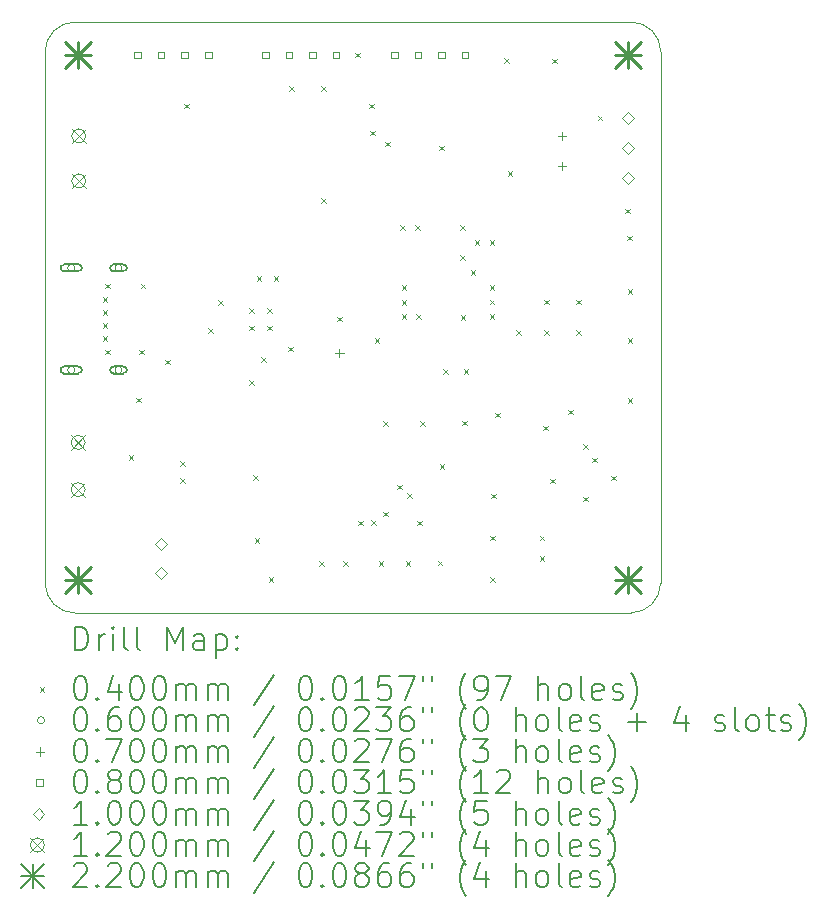
<source format=gbr>
%TF.GenerationSoftware,KiCad,Pcbnew,(6.0.8)*%
%TF.CreationDate,2023-01-28T13:43:02+01:00*%
%TF.ProjectId,MuMo-v2-Node,4d754d6f-2d76-4322-9d4e-6f64652e6b69,rev?*%
%TF.SameCoordinates,Original*%
%TF.FileFunction,Drillmap*%
%TF.FilePolarity,Positive*%
%FSLAX45Y45*%
G04 Gerber Fmt 4.5, Leading zero omitted, Abs format (unit mm)*
G04 Created by KiCad (PCBNEW (6.0.8)) date 2023-01-28 13:43:02*
%MOMM*%
%LPD*%
G01*
G04 APERTURE LIST*
%ADD10C,0.100000*%
%ADD11C,0.200000*%
%ADD12C,0.040000*%
%ADD13C,0.060000*%
%ADD14C,0.070000*%
%ADD15C,0.080000*%
%ADD16C,0.120000*%
%ADD17C,0.220000*%
G04 APERTURE END LIST*
D10*
X19232880Y-10769600D02*
G75*
G03*
X19486880Y-10515600I0J254000D01*
G01*
X14528800Y-5765800D02*
X19234685Y-5765800D01*
X14528800Y-5765800D02*
G75*
G03*
X14274800Y-6019800I0J-254000D01*
G01*
X19486880Y-10515600D02*
X19488685Y-6019800D01*
X19232880Y-10769600D02*
X14528800Y-10769600D01*
X14274800Y-10515600D02*
X14274800Y-6019800D01*
X14274800Y-10515600D02*
G75*
G03*
X14528800Y-10769600I254000J0D01*
G01*
X19488690Y-6019800D02*
G75*
G03*
X19234685Y-5765800I-254000J0D01*
G01*
D11*
D12*
X14763080Y-8095800D02*
X14803080Y-8135800D01*
X14803080Y-8095800D02*
X14763080Y-8135800D01*
X14763080Y-8205800D02*
X14803080Y-8245800D01*
X14803080Y-8205800D02*
X14763080Y-8245800D01*
X14763080Y-8315800D02*
X14803080Y-8355800D01*
X14803080Y-8315800D02*
X14763080Y-8355800D01*
X14763080Y-8425800D02*
X14803080Y-8465800D01*
X14803080Y-8425800D02*
X14763080Y-8465800D01*
X14783080Y-7980800D02*
X14823080Y-8020800D01*
X14823080Y-7980800D02*
X14783080Y-8020800D01*
X14783080Y-8540800D02*
X14823080Y-8580800D01*
X14823080Y-8540800D02*
X14783080Y-8580800D01*
X14983080Y-9430800D02*
X15023080Y-9470800D01*
X15023080Y-9430800D02*
X14983080Y-9470800D01*
X15043080Y-8945800D02*
X15083080Y-8985800D01*
X15083080Y-8945800D02*
X15043080Y-8985800D01*
X15073080Y-8540800D02*
X15113080Y-8580800D01*
X15113080Y-8540800D02*
X15073080Y-8580800D01*
X15083080Y-7980800D02*
X15123080Y-8020800D01*
X15123080Y-7980800D02*
X15083080Y-8020800D01*
X15293080Y-8625800D02*
X15333080Y-8665800D01*
X15333080Y-8625800D02*
X15293080Y-8665800D01*
X15420660Y-9485800D02*
X15460660Y-9525800D01*
X15460660Y-9485800D02*
X15420660Y-9525800D01*
X15420660Y-9625800D02*
X15460660Y-9665800D01*
X15460660Y-9625800D02*
X15420660Y-9665800D01*
X15453680Y-6457000D02*
X15493680Y-6497000D01*
X15493680Y-6457000D02*
X15453680Y-6497000D01*
X15658080Y-8360800D02*
X15698080Y-8400800D01*
X15698080Y-8360800D02*
X15658080Y-8400800D01*
X15738080Y-8120800D02*
X15778080Y-8160800D01*
X15778080Y-8120800D02*
X15738080Y-8160800D01*
X16003080Y-8185800D02*
X16043080Y-8225800D01*
X16043080Y-8185800D02*
X16003080Y-8225800D01*
X16003080Y-8335800D02*
X16043080Y-8375800D01*
X16043080Y-8335800D02*
X16003080Y-8375800D01*
X16003080Y-8795800D02*
X16043080Y-8835800D01*
X16043080Y-8795800D02*
X16003080Y-8835800D01*
X16038080Y-9600800D02*
X16078080Y-9640800D01*
X16078080Y-9600800D02*
X16038080Y-9640800D01*
X16048040Y-10137460D02*
X16088040Y-10177460D01*
X16088040Y-10137460D02*
X16048040Y-10177460D01*
X16065820Y-7917500D02*
X16105820Y-7957500D01*
X16105820Y-7917500D02*
X16065820Y-7957500D01*
X16103080Y-8603300D02*
X16143080Y-8643300D01*
X16143080Y-8603300D02*
X16103080Y-8643300D01*
X16153080Y-8185800D02*
X16193080Y-8225800D01*
X16193080Y-8185800D02*
X16153080Y-8225800D01*
X16153080Y-8335800D02*
X16193080Y-8375800D01*
X16193080Y-8335800D02*
X16153080Y-8375800D01*
X16168080Y-10465800D02*
X16208080Y-10505800D01*
X16208080Y-10465800D02*
X16168080Y-10505800D01*
X16210600Y-7917500D02*
X16250600Y-7957500D01*
X16250600Y-7917500D02*
X16210600Y-7957500D01*
X16333080Y-8515800D02*
X16373080Y-8555800D01*
X16373080Y-8515800D02*
X16333080Y-8555800D01*
X16338080Y-6310800D02*
X16378080Y-6350800D01*
X16378080Y-6310800D02*
X16338080Y-6350800D01*
X16598080Y-10330800D02*
X16638080Y-10370800D01*
X16638080Y-10330800D02*
X16598080Y-10370800D01*
X16613080Y-6310800D02*
X16653080Y-6350800D01*
X16653080Y-6310800D02*
X16613080Y-6350800D01*
X16613080Y-7255800D02*
X16653080Y-7295800D01*
X16653080Y-7255800D02*
X16613080Y-7295800D01*
X16749080Y-8260400D02*
X16789080Y-8300400D01*
X16789080Y-8260400D02*
X16749080Y-8300400D01*
X16799880Y-10327960D02*
X16839880Y-10367960D01*
X16839880Y-10327960D02*
X16799880Y-10367960D01*
X16901480Y-6025200D02*
X16941480Y-6065200D01*
X16941480Y-6025200D02*
X16901480Y-6065200D01*
X16924340Y-9987600D02*
X16964340Y-10027600D01*
X16964340Y-9987600D02*
X16924340Y-10027600D01*
X17015780Y-6457000D02*
X17055780Y-6497000D01*
X17055780Y-6457000D02*
X17015780Y-6497000D01*
X17028480Y-6685600D02*
X17068480Y-6725600D01*
X17068480Y-6685600D02*
X17028480Y-6725600D01*
X17036894Y-9984693D02*
X17076894Y-10024693D01*
X17076894Y-9984693D02*
X17036894Y-10024693D01*
X17064040Y-8443280D02*
X17104040Y-8483280D01*
X17104040Y-8443280D02*
X17064040Y-8483280D01*
X17098080Y-10330800D02*
X17138080Y-10370800D01*
X17138080Y-10330800D02*
X17098080Y-10370800D01*
X17135580Y-9143300D02*
X17175580Y-9183300D01*
X17175580Y-9143300D02*
X17135580Y-9183300D01*
X17136767Y-9911400D02*
X17176767Y-9951400D01*
X17176767Y-9911400D02*
X17136767Y-9951400D01*
X17155480Y-6779580D02*
X17195480Y-6819580D01*
X17195480Y-6779580D02*
X17155480Y-6819580D01*
X17255580Y-9683300D02*
X17295580Y-9723300D01*
X17295580Y-9683300D02*
X17255580Y-9723300D01*
X17282480Y-7485700D02*
X17322480Y-7525700D01*
X17322480Y-7485700D02*
X17282480Y-7525700D01*
X17292640Y-7991160D02*
X17332640Y-8031160D01*
X17332640Y-7991160D02*
X17292640Y-8031160D01*
X17292640Y-8118160D02*
X17332640Y-8158160D01*
X17332640Y-8118160D02*
X17292640Y-8158160D01*
X17292640Y-8240080D02*
X17332640Y-8280080D01*
X17332640Y-8240080D02*
X17292640Y-8280080D01*
X17328200Y-10330500D02*
X17368200Y-10370500D01*
X17368200Y-10330500D02*
X17328200Y-10370500D01*
X17340580Y-9753300D02*
X17380580Y-9793300D01*
X17380580Y-9753300D02*
X17340580Y-9793300D01*
X17409480Y-7485700D02*
X17449480Y-7525700D01*
X17449480Y-7485700D02*
X17409480Y-7525700D01*
X17414560Y-8240080D02*
X17454560Y-8280080D01*
X17454560Y-8240080D02*
X17414560Y-8280080D01*
X17424720Y-9987600D02*
X17464720Y-10027600D01*
X17464720Y-9987600D02*
X17424720Y-10027600D01*
X17448080Y-9143300D02*
X17488080Y-9183300D01*
X17488080Y-9143300D02*
X17448080Y-9183300D01*
X17598080Y-10325800D02*
X17638080Y-10365800D01*
X17638080Y-10325800D02*
X17598080Y-10365800D01*
X17612680Y-6812600D02*
X17652680Y-6852600D01*
X17652680Y-6812600D02*
X17612680Y-6852600D01*
X17615580Y-9508300D02*
X17655580Y-9548300D01*
X17655580Y-9508300D02*
X17615580Y-9548300D01*
X17645700Y-8704900D02*
X17685700Y-8744900D01*
X17685700Y-8704900D02*
X17645700Y-8744900D01*
X17787940Y-7485700D02*
X17827940Y-7525700D01*
X17827940Y-7485700D02*
X17787940Y-7525700D01*
X17787940Y-7742240D02*
X17827940Y-7782240D01*
X17827940Y-7742240D02*
X17787940Y-7782240D01*
X17793080Y-8245800D02*
X17833080Y-8285800D01*
X17833080Y-8245800D02*
X17793080Y-8285800D01*
X17808080Y-9140800D02*
X17848080Y-9180800D01*
X17848080Y-9140800D02*
X17808080Y-9180800D01*
X17818420Y-8704900D02*
X17858420Y-8744900D01*
X17858420Y-8704900D02*
X17818420Y-8744900D01*
X17876840Y-7866700D02*
X17916840Y-7906700D01*
X17916840Y-7866700D02*
X17876840Y-7906700D01*
X17912400Y-7612700D02*
X17952400Y-7652700D01*
X17952400Y-7612700D02*
X17912400Y-7652700D01*
X18039400Y-7612700D02*
X18079400Y-7652700D01*
X18079400Y-7612700D02*
X18039400Y-7652700D01*
X18039400Y-7996240D02*
X18079400Y-8036240D01*
X18079400Y-7996240D02*
X18039400Y-8036240D01*
X18039400Y-8115620D02*
X18079400Y-8155620D01*
X18079400Y-8115620D02*
X18039400Y-8155620D01*
X18039400Y-8240080D02*
X18079400Y-8280080D01*
X18079400Y-8240080D02*
X18039400Y-8280080D01*
X18043080Y-10115800D02*
X18083080Y-10155800D01*
X18083080Y-10115800D02*
X18043080Y-10155800D01*
X18043080Y-10465800D02*
X18083080Y-10505800D01*
X18083080Y-10465800D02*
X18043080Y-10505800D01*
X18052100Y-9759000D02*
X18092100Y-9799000D01*
X18092100Y-9759000D02*
X18052100Y-9799000D01*
X18082580Y-9073200D02*
X18122580Y-9113200D01*
X18122580Y-9073200D02*
X18082580Y-9113200D01*
X18163860Y-6073460D02*
X18203860Y-6113460D01*
X18203860Y-6073460D02*
X18163860Y-6113460D01*
X18191800Y-7028500D02*
X18231800Y-7068500D01*
X18231800Y-7028500D02*
X18191800Y-7068500D01*
X18263080Y-8375800D02*
X18303080Y-8415800D01*
X18303080Y-8375800D02*
X18263080Y-8415800D01*
X18461040Y-10114600D02*
X18501040Y-10154600D01*
X18501040Y-10114600D02*
X18461040Y-10154600D01*
X18461040Y-10289860D02*
X18501040Y-10329860D01*
X18501040Y-10289860D02*
X18461040Y-10329860D01*
X18494060Y-9182420D02*
X18534060Y-9222420D01*
X18534060Y-9182420D02*
X18494060Y-9222420D01*
X18501680Y-8115620D02*
X18541680Y-8155620D01*
X18541680Y-8115620D02*
X18501680Y-8155620D01*
X18501680Y-8377240D02*
X18541680Y-8417240D01*
X18541680Y-8377240D02*
X18501680Y-8417240D01*
X18552480Y-9632000D02*
X18592480Y-9672000D01*
X18592480Y-9632000D02*
X18552480Y-9672000D01*
X18570260Y-6076000D02*
X18610260Y-6116000D01*
X18610260Y-6076000D02*
X18570260Y-6116000D01*
X18704880Y-9047800D02*
X18744880Y-9087800D01*
X18744880Y-9047800D02*
X18704880Y-9087800D01*
X18768080Y-8115800D02*
X18808080Y-8155800D01*
X18808080Y-8115800D02*
X18768080Y-8155800D01*
X18768080Y-8375800D02*
X18808080Y-8415800D01*
X18808080Y-8375800D02*
X18768080Y-8415800D01*
X18831880Y-9337360D02*
X18871880Y-9377360D01*
X18871880Y-9337360D02*
X18831880Y-9377360D01*
X18831880Y-9784400D02*
X18871880Y-9824400D01*
X18871880Y-9784400D02*
X18831880Y-9824400D01*
X18908080Y-9454200D02*
X18948080Y-9494200D01*
X18948080Y-9454200D02*
X18908080Y-9494200D01*
X18953800Y-6558600D02*
X18993800Y-6598600D01*
X18993800Y-6558600D02*
X18953800Y-6598600D01*
X19068100Y-9606600D02*
X19108100Y-9646600D01*
X19108100Y-9606600D02*
X19068100Y-9646600D01*
X19188080Y-7345800D02*
X19228080Y-7385800D01*
X19228080Y-7345800D02*
X19188080Y-7385800D01*
X19203080Y-7575800D02*
X19243080Y-7615800D01*
X19243080Y-7575800D02*
X19203080Y-7615800D01*
X19208080Y-8030800D02*
X19248080Y-8070800D01*
X19248080Y-8030800D02*
X19208080Y-8070800D01*
X19208080Y-8445393D02*
X19248080Y-8485393D01*
X19248080Y-8445393D02*
X19208080Y-8485393D01*
X19208080Y-8950047D02*
X19248080Y-8990047D01*
X19248080Y-8950047D02*
X19208080Y-8990047D01*
D13*
X14526000Y-7848400D02*
G75*
G03*
X14526000Y-7848400I-30000J0D01*
G01*
D11*
X14556000Y-7818400D02*
X14436000Y-7818400D01*
X14556000Y-7878400D02*
X14436000Y-7878400D01*
X14436000Y-7818400D02*
G75*
G03*
X14436000Y-7878400I0J-30000D01*
G01*
X14556000Y-7878400D02*
G75*
G03*
X14556000Y-7818400I0J30000D01*
G01*
D13*
X14526000Y-8712400D02*
G75*
G03*
X14526000Y-8712400I-30000J0D01*
G01*
D11*
X14556000Y-8682400D02*
X14436000Y-8682400D01*
X14556000Y-8742400D02*
X14436000Y-8742400D01*
X14436000Y-8682400D02*
G75*
G03*
X14436000Y-8742400I0J-30000D01*
G01*
X14556000Y-8742400D02*
G75*
G03*
X14556000Y-8682400I0J30000D01*
G01*
D13*
X14926000Y-7848400D02*
G75*
G03*
X14926000Y-7848400I-30000J0D01*
G01*
D11*
X14936000Y-7818400D02*
X14856000Y-7818400D01*
X14936000Y-7878400D02*
X14856000Y-7878400D01*
X14856000Y-7818400D02*
G75*
G03*
X14856000Y-7878400I0J-30000D01*
G01*
X14936000Y-7878400D02*
G75*
G03*
X14936000Y-7818400I0J30000D01*
G01*
D13*
X14926000Y-8712400D02*
G75*
G03*
X14926000Y-8712400I-30000J0D01*
G01*
D11*
X14936000Y-8682400D02*
X14856000Y-8682400D01*
X14936000Y-8742400D02*
X14856000Y-8742400D01*
X14856000Y-8682400D02*
G75*
G03*
X14856000Y-8742400I0J-30000D01*
G01*
X14936000Y-8742400D02*
G75*
G03*
X14936000Y-8682400I0J30000D01*
G01*
D14*
X16766540Y-8534960D02*
X16766540Y-8604960D01*
X16731540Y-8569960D02*
X16801540Y-8569960D01*
X18653760Y-6693460D02*
X18653760Y-6763460D01*
X18618760Y-6728460D02*
X18688760Y-6728460D01*
X18653760Y-6950000D02*
X18653760Y-7020000D01*
X18618760Y-6985000D02*
X18688760Y-6985000D01*
D15*
X15085124Y-6073484D02*
X15085124Y-6016915D01*
X15028555Y-6016915D01*
X15028555Y-6073484D01*
X15085124Y-6073484D01*
X15285124Y-6073484D02*
X15285124Y-6016915D01*
X15228555Y-6016915D01*
X15228555Y-6073484D01*
X15285124Y-6073484D01*
X15485124Y-6073484D02*
X15485124Y-6016915D01*
X15428555Y-6016915D01*
X15428555Y-6073484D01*
X15485124Y-6073484D01*
X15685124Y-6073484D02*
X15685124Y-6016915D01*
X15628555Y-6016915D01*
X15628555Y-6073484D01*
X15685124Y-6073484D01*
X16167164Y-6073484D02*
X16167164Y-6016915D01*
X16110595Y-6016915D01*
X16110595Y-6073484D01*
X16167164Y-6073484D01*
X16367164Y-6073484D02*
X16367164Y-6016915D01*
X16310595Y-6016915D01*
X16310595Y-6073484D01*
X16367164Y-6073484D01*
X16567164Y-6073484D02*
X16567164Y-6016915D01*
X16510595Y-6016915D01*
X16510595Y-6073484D01*
X16567164Y-6073484D01*
X16767164Y-6073484D02*
X16767164Y-6016915D01*
X16710595Y-6016915D01*
X16710595Y-6073484D01*
X16767164Y-6073484D01*
X17259365Y-6073484D02*
X17259365Y-6016915D01*
X17202796Y-6016915D01*
X17202796Y-6073484D01*
X17259365Y-6073484D01*
X17459365Y-6073484D02*
X17459365Y-6016915D01*
X17402796Y-6016915D01*
X17402796Y-6073484D01*
X17459365Y-6073484D01*
X17659365Y-6073484D02*
X17659365Y-6016915D01*
X17602796Y-6016915D01*
X17602796Y-6073484D01*
X17659365Y-6073484D01*
X17859365Y-6073484D02*
X17859365Y-6016915D01*
X17802796Y-6016915D01*
X17802796Y-6073484D01*
X17859365Y-6073484D01*
D10*
X15257780Y-10234320D02*
X15307780Y-10184320D01*
X15257780Y-10134320D01*
X15207780Y-10184320D01*
X15257780Y-10234320D01*
X15257780Y-10484320D02*
X15307780Y-10434320D01*
X15257780Y-10384320D01*
X15207780Y-10434320D01*
X15257780Y-10484320D01*
X19207480Y-6628600D02*
X19257480Y-6578600D01*
X19207480Y-6528600D01*
X19157480Y-6578600D01*
X19207480Y-6628600D01*
X19207480Y-6882600D02*
X19257480Y-6832600D01*
X19207480Y-6782600D01*
X19157480Y-6832600D01*
X19207480Y-6882600D01*
X19207480Y-7136600D02*
X19257480Y-7086600D01*
X19207480Y-7036600D01*
X19157480Y-7086600D01*
X19207480Y-7136600D01*
D16*
X14494200Y-9265800D02*
X14614200Y-9385800D01*
X14614200Y-9265800D02*
X14494200Y-9385800D01*
X14614200Y-9325800D02*
G75*
G03*
X14614200Y-9325800I-60000J0D01*
G01*
X14494200Y-9665800D02*
X14614200Y-9785800D01*
X14614200Y-9665800D02*
X14494200Y-9785800D01*
X14614200Y-9725800D02*
G75*
G03*
X14614200Y-9725800I-60000J0D01*
G01*
X14499280Y-6671000D02*
X14619280Y-6791000D01*
X14619280Y-6671000D02*
X14499280Y-6791000D01*
X14619280Y-6731000D02*
G75*
G03*
X14619280Y-6731000I-60000J0D01*
G01*
X14499280Y-7052000D02*
X14619280Y-7172000D01*
X14619280Y-7052000D02*
X14499280Y-7172000D01*
X14619280Y-7112000D02*
G75*
G03*
X14619280Y-7112000I-60000J0D01*
G01*
D17*
X14444200Y-5935200D02*
X14664200Y-6155200D01*
X14664200Y-5935200D02*
X14444200Y-6155200D01*
X14554200Y-5935200D02*
X14554200Y-6155200D01*
X14444200Y-6045200D02*
X14664200Y-6045200D01*
X14444200Y-10380200D02*
X14664200Y-10600200D01*
X14664200Y-10380200D02*
X14444200Y-10600200D01*
X14554200Y-10380200D02*
X14554200Y-10600200D01*
X14444200Y-10490200D02*
X14664200Y-10490200D01*
X19097480Y-5935200D02*
X19317480Y-6155200D01*
X19317480Y-5935200D02*
X19097480Y-6155200D01*
X19207480Y-5935200D02*
X19207480Y-6155200D01*
X19097480Y-6045200D02*
X19317480Y-6045200D01*
X19097480Y-10380200D02*
X19317480Y-10600200D01*
X19317480Y-10380200D02*
X19097480Y-10600200D01*
X19207480Y-10380200D02*
X19207480Y-10600200D01*
X19097480Y-10490200D02*
X19317480Y-10490200D01*
D11*
X14527419Y-11085076D02*
X14527419Y-10885076D01*
X14575038Y-10885076D01*
X14603609Y-10894600D01*
X14622657Y-10913648D01*
X14632181Y-10932695D01*
X14641705Y-10970790D01*
X14641705Y-10999362D01*
X14632181Y-11037457D01*
X14622657Y-11056505D01*
X14603609Y-11075552D01*
X14575038Y-11085076D01*
X14527419Y-11085076D01*
X14727419Y-11085076D02*
X14727419Y-10951743D01*
X14727419Y-10989838D02*
X14736943Y-10970790D01*
X14746467Y-10961267D01*
X14765514Y-10951743D01*
X14784562Y-10951743D01*
X14851228Y-11085076D02*
X14851228Y-10951743D01*
X14851228Y-10885076D02*
X14841705Y-10894600D01*
X14851228Y-10904124D01*
X14860752Y-10894600D01*
X14851228Y-10885076D01*
X14851228Y-10904124D01*
X14975038Y-11085076D02*
X14955990Y-11075552D01*
X14946467Y-11056505D01*
X14946467Y-10885076D01*
X15079800Y-11085076D02*
X15060752Y-11075552D01*
X15051228Y-11056505D01*
X15051228Y-10885076D01*
X15308371Y-11085076D02*
X15308371Y-10885076D01*
X15375038Y-11027933D01*
X15441705Y-10885076D01*
X15441705Y-11085076D01*
X15622657Y-11085076D02*
X15622657Y-10980314D01*
X15613133Y-10961267D01*
X15594086Y-10951743D01*
X15555990Y-10951743D01*
X15536943Y-10961267D01*
X15622657Y-11075552D02*
X15603609Y-11085076D01*
X15555990Y-11085076D01*
X15536943Y-11075552D01*
X15527419Y-11056505D01*
X15527419Y-11037457D01*
X15536943Y-11018410D01*
X15555990Y-11008886D01*
X15603609Y-11008886D01*
X15622657Y-10999362D01*
X15717895Y-10951743D02*
X15717895Y-11151743D01*
X15717895Y-10961267D02*
X15736943Y-10951743D01*
X15775038Y-10951743D01*
X15794086Y-10961267D01*
X15803609Y-10970790D01*
X15813133Y-10989838D01*
X15813133Y-11046981D01*
X15803609Y-11066029D01*
X15794086Y-11075552D01*
X15775038Y-11085076D01*
X15736943Y-11085076D01*
X15717895Y-11075552D01*
X15898848Y-11066029D02*
X15908371Y-11075552D01*
X15898848Y-11085076D01*
X15889324Y-11075552D01*
X15898848Y-11066029D01*
X15898848Y-11085076D01*
X15898848Y-10961267D02*
X15908371Y-10970790D01*
X15898848Y-10980314D01*
X15889324Y-10970790D01*
X15898848Y-10961267D01*
X15898848Y-10980314D01*
D12*
X14229800Y-11394600D02*
X14269800Y-11434600D01*
X14269800Y-11394600D02*
X14229800Y-11434600D01*
D11*
X14565514Y-11305076D02*
X14584562Y-11305076D01*
X14603609Y-11314600D01*
X14613133Y-11324124D01*
X14622657Y-11343171D01*
X14632181Y-11381267D01*
X14632181Y-11428886D01*
X14622657Y-11466981D01*
X14613133Y-11486028D01*
X14603609Y-11495552D01*
X14584562Y-11505076D01*
X14565514Y-11505076D01*
X14546467Y-11495552D01*
X14536943Y-11486028D01*
X14527419Y-11466981D01*
X14517895Y-11428886D01*
X14517895Y-11381267D01*
X14527419Y-11343171D01*
X14536943Y-11324124D01*
X14546467Y-11314600D01*
X14565514Y-11305076D01*
X14717895Y-11486028D02*
X14727419Y-11495552D01*
X14717895Y-11505076D01*
X14708371Y-11495552D01*
X14717895Y-11486028D01*
X14717895Y-11505076D01*
X14898848Y-11371743D02*
X14898848Y-11505076D01*
X14851228Y-11295552D02*
X14803609Y-11438409D01*
X14927419Y-11438409D01*
X15041705Y-11305076D02*
X15060752Y-11305076D01*
X15079800Y-11314600D01*
X15089324Y-11324124D01*
X15098848Y-11343171D01*
X15108371Y-11381267D01*
X15108371Y-11428886D01*
X15098848Y-11466981D01*
X15089324Y-11486028D01*
X15079800Y-11495552D01*
X15060752Y-11505076D01*
X15041705Y-11505076D01*
X15022657Y-11495552D01*
X15013133Y-11486028D01*
X15003609Y-11466981D01*
X14994086Y-11428886D01*
X14994086Y-11381267D01*
X15003609Y-11343171D01*
X15013133Y-11324124D01*
X15022657Y-11314600D01*
X15041705Y-11305076D01*
X15232181Y-11305076D02*
X15251228Y-11305076D01*
X15270276Y-11314600D01*
X15279800Y-11324124D01*
X15289324Y-11343171D01*
X15298848Y-11381267D01*
X15298848Y-11428886D01*
X15289324Y-11466981D01*
X15279800Y-11486028D01*
X15270276Y-11495552D01*
X15251228Y-11505076D01*
X15232181Y-11505076D01*
X15213133Y-11495552D01*
X15203609Y-11486028D01*
X15194086Y-11466981D01*
X15184562Y-11428886D01*
X15184562Y-11381267D01*
X15194086Y-11343171D01*
X15203609Y-11324124D01*
X15213133Y-11314600D01*
X15232181Y-11305076D01*
X15384562Y-11505076D02*
X15384562Y-11371743D01*
X15384562Y-11390790D02*
X15394086Y-11381267D01*
X15413133Y-11371743D01*
X15441705Y-11371743D01*
X15460752Y-11381267D01*
X15470276Y-11400314D01*
X15470276Y-11505076D01*
X15470276Y-11400314D02*
X15479800Y-11381267D01*
X15498848Y-11371743D01*
X15527419Y-11371743D01*
X15546467Y-11381267D01*
X15555990Y-11400314D01*
X15555990Y-11505076D01*
X15651228Y-11505076D02*
X15651228Y-11371743D01*
X15651228Y-11390790D02*
X15660752Y-11381267D01*
X15679800Y-11371743D01*
X15708371Y-11371743D01*
X15727419Y-11381267D01*
X15736943Y-11400314D01*
X15736943Y-11505076D01*
X15736943Y-11400314D02*
X15746467Y-11381267D01*
X15765514Y-11371743D01*
X15794086Y-11371743D01*
X15813133Y-11381267D01*
X15822657Y-11400314D01*
X15822657Y-11505076D01*
X16213133Y-11295552D02*
X16041705Y-11552695D01*
X16470276Y-11305076D02*
X16489324Y-11305076D01*
X16508371Y-11314600D01*
X16517895Y-11324124D01*
X16527419Y-11343171D01*
X16536943Y-11381267D01*
X16536943Y-11428886D01*
X16527419Y-11466981D01*
X16517895Y-11486028D01*
X16508371Y-11495552D01*
X16489324Y-11505076D01*
X16470276Y-11505076D01*
X16451228Y-11495552D01*
X16441705Y-11486028D01*
X16432181Y-11466981D01*
X16422657Y-11428886D01*
X16422657Y-11381267D01*
X16432181Y-11343171D01*
X16441705Y-11324124D01*
X16451228Y-11314600D01*
X16470276Y-11305076D01*
X16622657Y-11486028D02*
X16632181Y-11495552D01*
X16622657Y-11505076D01*
X16613133Y-11495552D01*
X16622657Y-11486028D01*
X16622657Y-11505076D01*
X16755990Y-11305076D02*
X16775038Y-11305076D01*
X16794086Y-11314600D01*
X16803610Y-11324124D01*
X16813133Y-11343171D01*
X16822657Y-11381267D01*
X16822657Y-11428886D01*
X16813133Y-11466981D01*
X16803610Y-11486028D01*
X16794086Y-11495552D01*
X16775038Y-11505076D01*
X16755990Y-11505076D01*
X16736943Y-11495552D01*
X16727419Y-11486028D01*
X16717895Y-11466981D01*
X16708371Y-11428886D01*
X16708371Y-11381267D01*
X16717895Y-11343171D01*
X16727419Y-11324124D01*
X16736943Y-11314600D01*
X16755990Y-11305076D01*
X17013133Y-11505076D02*
X16898848Y-11505076D01*
X16955990Y-11505076D02*
X16955990Y-11305076D01*
X16936943Y-11333648D01*
X16917895Y-11352695D01*
X16898848Y-11362219D01*
X17194086Y-11305076D02*
X17098848Y-11305076D01*
X17089324Y-11400314D01*
X17098848Y-11390790D01*
X17117895Y-11381267D01*
X17165514Y-11381267D01*
X17184562Y-11390790D01*
X17194086Y-11400314D01*
X17203610Y-11419362D01*
X17203610Y-11466981D01*
X17194086Y-11486028D01*
X17184562Y-11495552D01*
X17165514Y-11505076D01*
X17117895Y-11505076D01*
X17098848Y-11495552D01*
X17089324Y-11486028D01*
X17270276Y-11305076D02*
X17403610Y-11305076D01*
X17317895Y-11505076D01*
X17470276Y-11305076D02*
X17470276Y-11343171D01*
X17546467Y-11305076D02*
X17546467Y-11343171D01*
X17841705Y-11581267D02*
X17832181Y-11571743D01*
X17813133Y-11543171D01*
X17803610Y-11524124D01*
X17794086Y-11495552D01*
X17784562Y-11447933D01*
X17784562Y-11409838D01*
X17794086Y-11362219D01*
X17803610Y-11333648D01*
X17813133Y-11314600D01*
X17832181Y-11286028D01*
X17841705Y-11276505D01*
X17927419Y-11505076D02*
X17965514Y-11505076D01*
X17984562Y-11495552D01*
X17994086Y-11486028D01*
X18013133Y-11457457D01*
X18022657Y-11419362D01*
X18022657Y-11343171D01*
X18013133Y-11324124D01*
X18003610Y-11314600D01*
X17984562Y-11305076D01*
X17946467Y-11305076D01*
X17927419Y-11314600D01*
X17917895Y-11324124D01*
X17908371Y-11343171D01*
X17908371Y-11390790D01*
X17917895Y-11409838D01*
X17927419Y-11419362D01*
X17946467Y-11428886D01*
X17984562Y-11428886D01*
X18003610Y-11419362D01*
X18013133Y-11409838D01*
X18022657Y-11390790D01*
X18089324Y-11305076D02*
X18222657Y-11305076D01*
X18136943Y-11505076D01*
X18451229Y-11505076D02*
X18451229Y-11305076D01*
X18536943Y-11505076D02*
X18536943Y-11400314D01*
X18527419Y-11381267D01*
X18508371Y-11371743D01*
X18479800Y-11371743D01*
X18460752Y-11381267D01*
X18451229Y-11390790D01*
X18660752Y-11505076D02*
X18641705Y-11495552D01*
X18632181Y-11486028D01*
X18622657Y-11466981D01*
X18622657Y-11409838D01*
X18632181Y-11390790D01*
X18641705Y-11381267D01*
X18660752Y-11371743D01*
X18689324Y-11371743D01*
X18708371Y-11381267D01*
X18717895Y-11390790D01*
X18727419Y-11409838D01*
X18727419Y-11466981D01*
X18717895Y-11486028D01*
X18708371Y-11495552D01*
X18689324Y-11505076D01*
X18660752Y-11505076D01*
X18841705Y-11505076D02*
X18822657Y-11495552D01*
X18813133Y-11476505D01*
X18813133Y-11305076D01*
X18994086Y-11495552D02*
X18975038Y-11505076D01*
X18936943Y-11505076D01*
X18917895Y-11495552D01*
X18908371Y-11476505D01*
X18908371Y-11400314D01*
X18917895Y-11381267D01*
X18936943Y-11371743D01*
X18975038Y-11371743D01*
X18994086Y-11381267D01*
X19003610Y-11400314D01*
X19003610Y-11419362D01*
X18908371Y-11438409D01*
X19079800Y-11495552D02*
X19098848Y-11505076D01*
X19136943Y-11505076D01*
X19155990Y-11495552D01*
X19165514Y-11476505D01*
X19165514Y-11466981D01*
X19155990Y-11447933D01*
X19136943Y-11438409D01*
X19108371Y-11438409D01*
X19089324Y-11428886D01*
X19079800Y-11409838D01*
X19079800Y-11400314D01*
X19089324Y-11381267D01*
X19108371Y-11371743D01*
X19136943Y-11371743D01*
X19155990Y-11381267D01*
X19232181Y-11581267D02*
X19241705Y-11571743D01*
X19260752Y-11543171D01*
X19270276Y-11524124D01*
X19279800Y-11495552D01*
X19289324Y-11447933D01*
X19289324Y-11409838D01*
X19279800Y-11362219D01*
X19270276Y-11333648D01*
X19260752Y-11314600D01*
X19241705Y-11286028D01*
X19232181Y-11276505D01*
D13*
X14269800Y-11678600D02*
G75*
G03*
X14269800Y-11678600I-30000J0D01*
G01*
D11*
X14565514Y-11569076D02*
X14584562Y-11569076D01*
X14603609Y-11578600D01*
X14613133Y-11588124D01*
X14622657Y-11607171D01*
X14632181Y-11645267D01*
X14632181Y-11692886D01*
X14622657Y-11730981D01*
X14613133Y-11750028D01*
X14603609Y-11759552D01*
X14584562Y-11769076D01*
X14565514Y-11769076D01*
X14546467Y-11759552D01*
X14536943Y-11750028D01*
X14527419Y-11730981D01*
X14517895Y-11692886D01*
X14517895Y-11645267D01*
X14527419Y-11607171D01*
X14536943Y-11588124D01*
X14546467Y-11578600D01*
X14565514Y-11569076D01*
X14717895Y-11750028D02*
X14727419Y-11759552D01*
X14717895Y-11769076D01*
X14708371Y-11759552D01*
X14717895Y-11750028D01*
X14717895Y-11769076D01*
X14898848Y-11569076D02*
X14860752Y-11569076D01*
X14841705Y-11578600D01*
X14832181Y-11588124D01*
X14813133Y-11616695D01*
X14803609Y-11654790D01*
X14803609Y-11730981D01*
X14813133Y-11750028D01*
X14822657Y-11759552D01*
X14841705Y-11769076D01*
X14879800Y-11769076D01*
X14898848Y-11759552D01*
X14908371Y-11750028D01*
X14917895Y-11730981D01*
X14917895Y-11683362D01*
X14908371Y-11664314D01*
X14898848Y-11654790D01*
X14879800Y-11645267D01*
X14841705Y-11645267D01*
X14822657Y-11654790D01*
X14813133Y-11664314D01*
X14803609Y-11683362D01*
X15041705Y-11569076D02*
X15060752Y-11569076D01*
X15079800Y-11578600D01*
X15089324Y-11588124D01*
X15098848Y-11607171D01*
X15108371Y-11645267D01*
X15108371Y-11692886D01*
X15098848Y-11730981D01*
X15089324Y-11750028D01*
X15079800Y-11759552D01*
X15060752Y-11769076D01*
X15041705Y-11769076D01*
X15022657Y-11759552D01*
X15013133Y-11750028D01*
X15003609Y-11730981D01*
X14994086Y-11692886D01*
X14994086Y-11645267D01*
X15003609Y-11607171D01*
X15013133Y-11588124D01*
X15022657Y-11578600D01*
X15041705Y-11569076D01*
X15232181Y-11569076D02*
X15251228Y-11569076D01*
X15270276Y-11578600D01*
X15279800Y-11588124D01*
X15289324Y-11607171D01*
X15298848Y-11645267D01*
X15298848Y-11692886D01*
X15289324Y-11730981D01*
X15279800Y-11750028D01*
X15270276Y-11759552D01*
X15251228Y-11769076D01*
X15232181Y-11769076D01*
X15213133Y-11759552D01*
X15203609Y-11750028D01*
X15194086Y-11730981D01*
X15184562Y-11692886D01*
X15184562Y-11645267D01*
X15194086Y-11607171D01*
X15203609Y-11588124D01*
X15213133Y-11578600D01*
X15232181Y-11569076D01*
X15384562Y-11769076D02*
X15384562Y-11635743D01*
X15384562Y-11654790D02*
X15394086Y-11645267D01*
X15413133Y-11635743D01*
X15441705Y-11635743D01*
X15460752Y-11645267D01*
X15470276Y-11664314D01*
X15470276Y-11769076D01*
X15470276Y-11664314D02*
X15479800Y-11645267D01*
X15498848Y-11635743D01*
X15527419Y-11635743D01*
X15546467Y-11645267D01*
X15555990Y-11664314D01*
X15555990Y-11769076D01*
X15651228Y-11769076D02*
X15651228Y-11635743D01*
X15651228Y-11654790D02*
X15660752Y-11645267D01*
X15679800Y-11635743D01*
X15708371Y-11635743D01*
X15727419Y-11645267D01*
X15736943Y-11664314D01*
X15736943Y-11769076D01*
X15736943Y-11664314D02*
X15746467Y-11645267D01*
X15765514Y-11635743D01*
X15794086Y-11635743D01*
X15813133Y-11645267D01*
X15822657Y-11664314D01*
X15822657Y-11769076D01*
X16213133Y-11559552D02*
X16041705Y-11816695D01*
X16470276Y-11569076D02*
X16489324Y-11569076D01*
X16508371Y-11578600D01*
X16517895Y-11588124D01*
X16527419Y-11607171D01*
X16536943Y-11645267D01*
X16536943Y-11692886D01*
X16527419Y-11730981D01*
X16517895Y-11750028D01*
X16508371Y-11759552D01*
X16489324Y-11769076D01*
X16470276Y-11769076D01*
X16451228Y-11759552D01*
X16441705Y-11750028D01*
X16432181Y-11730981D01*
X16422657Y-11692886D01*
X16422657Y-11645267D01*
X16432181Y-11607171D01*
X16441705Y-11588124D01*
X16451228Y-11578600D01*
X16470276Y-11569076D01*
X16622657Y-11750028D02*
X16632181Y-11759552D01*
X16622657Y-11769076D01*
X16613133Y-11759552D01*
X16622657Y-11750028D01*
X16622657Y-11769076D01*
X16755990Y-11569076D02*
X16775038Y-11569076D01*
X16794086Y-11578600D01*
X16803610Y-11588124D01*
X16813133Y-11607171D01*
X16822657Y-11645267D01*
X16822657Y-11692886D01*
X16813133Y-11730981D01*
X16803610Y-11750028D01*
X16794086Y-11759552D01*
X16775038Y-11769076D01*
X16755990Y-11769076D01*
X16736943Y-11759552D01*
X16727419Y-11750028D01*
X16717895Y-11730981D01*
X16708371Y-11692886D01*
X16708371Y-11645267D01*
X16717895Y-11607171D01*
X16727419Y-11588124D01*
X16736943Y-11578600D01*
X16755990Y-11569076D01*
X16898848Y-11588124D02*
X16908371Y-11578600D01*
X16927419Y-11569076D01*
X16975038Y-11569076D01*
X16994086Y-11578600D01*
X17003610Y-11588124D01*
X17013133Y-11607171D01*
X17013133Y-11626219D01*
X17003610Y-11654790D01*
X16889324Y-11769076D01*
X17013133Y-11769076D01*
X17079800Y-11569076D02*
X17203610Y-11569076D01*
X17136943Y-11645267D01*
X17165514Y-11645267D01*
X17184562Y-11654790D01*
X17194086Y-11664314D01*
X17203610Y-11683362D01*
X17203610Y-11730981D01*
X17194086Y-11750028D01*
X17184562Y-11759552D01*
X17165514Y-11769076D01*
X17108371Y-11769076D01*
X17089324Y-11759552D01*
X17079800Y-11750028D01*
X17375038Y-11569076D02*
X17336943Y-11569076D01*
X17317895Y-11578600D01*
X17308371Y-11588124D01*
X17289324Y-11616695D01*
X17279800Y-11654790D01*
X17279800Y-11730981D01*
X17289324Y-11750028D01*
X17298848Y-11759552D01*
X17317895Y-11769076D01*
X17355990Y-11769076D01*
X17375038Y-11759552D01*
X17384562Y-11750028D01*
X17394086Y-11730981D01*
X17394086Y-11683362D01*
X17384562Y-11664314D01*
X17375038Y-11654790D01*
X17355990Y-11645267D01*
X17317895Y-11645267D01*
X17298848Y-11654790D01*
X17289324Y-11664314D01*
X17279800Y-11683362D01*
X17470276Y-11569076D02*
X17470276Y-11607171D01*
X17546467Y-11569076D02*
X17546467Y-11607171D01*
X17841705Y-11845267D02*
X17832181Y-11835743D01*
X17813133Y-11807171D01*
X17803610Y-11788124D01*
X17794086Y-11759552D01*
X17784562Y-11711933D01*
X17784562Y-11673838D01*
X17794086Y-11626219D01*
X17803610Y-11597648D01*
X17813133Y-11578600D01*
X17832181Y-11550028D01*
X17841705Y-11540505D01*
X17955990Y-11569076D02*
X17975038Y-11569076D01*
X17994086Y-11578600D01*
X18003610Y-11588124D01*
X18013133Y-11607171D01*
X18022657Y-11645267D01*
X18022657Y-11692886D01*
X18013133Y-11730981D01*
X18003610Y-11750028D01*
X17994086Y-11759552D01*
X17975038Y-11769076D01*
X17955990Y-11769076D01*
X17936943Y-11759552D01*
X17927419Y-11750028D01*
X17917895Y-11730981D01*
X17908371Y-11692886D01*
X17908371Y-11645267D01*
X17917895Y-11607171D01*
X17927419Y-11588124D01*
X17936943Y-11578600D01*
X17955990Y-11569076D01*
X18260752Y-11769076D02*
X18260752Y-11569076D01*
X18346467Y-11769076D02*
X18346467Y-11664314D01*
X18336943Y-11645267D01*
X18317895Y-11635743D01*
X18289324Y-11635743D01*
X18270276Y-11645267D01*
X18260752Y-11654790D01*
X18470276Y-11769076D02*
X18451229Y-11759552D01*
X18441705Y-11750028D01*
X18432181Y-11730981D01*
X18432181Y-11673838D01*
X18441705Y-11654790D01*
X18451229Y-11645267D01*
X18470276Y-11635743D01*
X18498848Y-11635743D01*
X18517895Y-11645267D01*
X18527419Y-11654790D01*
X18536943Y-11673838D01*
X18536943Y-11730981D01*
X18527419Y-11750028D01*
X18517895Y-11759552D01*
X18498848Y-11769076D01*
X18470276Y-11769076D01*
X18651229Y-11769076D02*
X18632181Y-11759552D01*
X18622657Y-11740505D01*
X18622657Y-11569076D01*
X18803610Y-11759552D02*
X18784562Y-11769076D01*
X18746467Y-11769076D01*
X18727419Y-11759552D01*
X18717895Y-11740505D01*
X18717895Y-11664314D01*
X18727419Y-11645267D01*
X18746467Y-11635743D01*
X18784562Y-11635743D01*
X18803610Y-11645267D01*
X18813133Y-11664314D01*
X18813133Y-11683362D01*
X18717895Y-11702409D01*
X18889324Y-11759552D02*
X18908371Y-11769076D01*
X18946467Y-11769076D01*
X18965514Y-11759552D01*
X18975038Y-11740505D01*
X18975038Y-11730981D01*
X18965514Y-11711933D01*
X18946467Y-11702409D01*
X18917895Y-11702409D01*
X18898848Y-11692886D01*
X18889324Y-11673838D01*
X18889324Y-11664314D01*
X18898848Y-11645267D01*
X18917895Y-11635743D01*
X18946467Y-11635743D01*
X18965514Y-11645267D01*
X19213133Y-11692886D02*
X19365514Y-11692886D01*
X19289324Y-11769076D02*
X19289324Y-11616695D01*
X19698848Y-11635743D02*
X19698848Y-11769076D01*
X19651229Y-11559552D02*
X19603610Y-11702409D01*
X19727419Y-11702409D01*
X19946467Y-11759552D02*
X19965514Y-11769076D01*
X20003610Y-11769076D01*
X20022657Y-11759552D01*
X20032181Y-11740505D01*
X20032181Y-11730981D01*
X20022657Y-11711933D01*
X20003610Y-11702409D01*
X19975038Y-11702409D01*
X19955990Y-11692886D01*
X19946467Y-11673838D01*
X19946467Y-11664314D01*
X19955990Y-11645267D01*
X19975038Y-11635743D01*
X20003610Y-11635743D01*
X20022657Y-11645267D01*
X20146467Y-11769076D02*
X20127419Y-11759552D01*
X20117895Y-11740505D01*
X20117895Y-11569076D01*
X20251229Y-11769076D02*
X20232181Y-11759552D01*
X20222657Y-11750028D01*
X20213133Y-11730981D01*
X20213133Y-11673838D01*
X20222657Y-11654790D01*
X20232181Y-11645267D01*
X20251229Y-11635743D01*
X20279800Y-11635743D01*
X20298848Y-11645267D01*
X20308371Y-11654790D01*
X20317895Y-11673838D01*
X20317895Y-11730981D01*
X20308371Y-11750028D01*
X20298848Y-11759552D01*
X20279800Y-11769076D01*
X20251229Y-11769076D01*
X20375038Y-11635743D02*
X20451229Y-11635743D01*
X20403610Y-11569076D02*
X20403610Y-11740505D01*
X20413133Y-11759552D01*
X20432181Y-11769076D01*
X20451229Y-11769076D01*
X20508371Y-11759552D02*
X20527419Y-11769076D01*
X20565514Y-11769076D01*
X20584562Y-11759552D01*
X20594086Y-11740505D01*
X20594086Y-11730981D01*
X20584562Y-11711933D01*
X20565514Y-11702409D01*
X20536943Y-11702409D01*
X20517895Y-11692886D01*
X20508371Y-11673838D01*
X20508371Y-11664314D01*
X20517895Y-11645267D01*
X20536943Y-11635743D01*
X20565514Y-11635743D01*
X20584562Y-11645267D01*
X20660752Y-11845267D02*
X20670276Y-11835743D01*
X20689324Y-11807171D01*
X20698848Y-11788124D01*
X20708371Y-11759552D01*
X20717895Y-11711933D01*
X20717895Y-11673838D01*
X20708371Y-11626219D01*
X20698848Y-11597648D01*
X20689324Y-11578600D01*
X20670276Y-11550028D01*
X20660752Y-11540505D01*
D14*
X14234800Y-11907600D02*
X14234800Y-11977600D01*
X14199800Y-11942600D02*
X14269800Y-11942600D01*
D11*
X14565514Y-11833076D02*
X14584562Y-11833076D01*
X14603609Y-11842600D01*
X14613133Y-11852124D01*
X14622657Y-11871171D01*
X14632181Y-11909267D01*
X14632181Y-11956886D01*
X14622657Y-11994981D01*
X14613133Y-12014028D01*
X14603609Y-12023552D01*
X14584562Y-12033076D01*
X14565514Y-12033076D01*
X14546467Y-12023552D01*
X14536943Y-12014028D01*
X14527419Y-11994981D01*
X14517895Y-11956886D01*
X14517895Y-11909267D01*
X14527419Y-11871171D01*
X14536943Y-11852124D01*
X14546467Y-11842600D01*
X14565514Y-11833076D01*
X14717895Y-12014028D02*
X14727419Y-12023552D01*
X14717895Y-12033076D01*
X14708371Y-12023552D01*
X14717895Y-12014028D01*
X14717895Y-12033076D01*
X14794086Y-11833076D02*
X14927419Y-11833076D01*
X14841705Y-12033076D01*
X15041705Y-11833076D02*
X15060752Y-11833076D01*
X15079800Y-11842600D01*
X15089324Y-11852124D01*
X15098848Y-11871171D01*
X15108371Y-11909267D01*
X15108371Y-11956886D01*
X15098848Y-11994981D01*
X15089324Y-12014028D01*
X15079800Y-12023552D01*
X15060752Y-12033076D01*
X15041705Y-12033076D01*
X15022657Y-12023552D01*
X15013133Y-12014028D01*
X15003609Y-11994981D01*
X14994086Y-11956886D01*
X14994086Y-11909267D01*
X15003609Y-11871171D01*
X15013133Y-11852124D01*
X15022657Y-11842600D01*
X15041705Y-11833076D01*
X15232181Y-11833076D02*
X15251228Y-11833076D01*
X15270276Y-11842600D01*
X15279800Y-11852124D01*
X15289324Y-11871171D01*
X15298848Y-11909267D01*
X15298848Y-11956886D01*
X15289324Y-11994981D01*
X15279800Y-12014028D01*
X15270276Y-12023552D01*
X15251228Y-12033076D01*
X15232181Y-12033076D01*
X15213133Y-12023552D01*
X15203609Y-12014028D01*
X15194086Y-11994981D01*
X15184562Y-11956886D01*
X15184562Y-11909267D01*
X15194086Y-11871171D01*
X15203609Y-11852124D01*
X15213133Y-11842600D01*
X15232181Y-11833076D01*
X15384562Y-12033076D02*
X15384562Y-11899743D01*
X15384562Y-11918790D02*
X15394086Y-11909267D01*
X15413133Y-11899743D01*
X15441705Y-11899743D01*
X15460752Y-11909267D01*
X15470276Y-11928314D01*
X15470276Y-12033076D01*
X15470276Y-11928314D02*
X15479800Y-11909267D01*
X15498848Y-11899743D01*
X15527419Y-11899743D01*
X15546467Y-11909267D01*
X15555990Y-11928314D01*
X15555990Y-12033076D01*
X15651228Y-12033076D02*
X15651228Y-11899743D01*
X15651228Y-11918790D02*
X15660752Y-11909267D01*
X15679800Y-11899743D01*
X15708371Y-11899743D01*
X15727419Y-11909267D01*
X15736943Y-11928314D01*
X15736943Y-12033076D01*
X15736943Y-11928314D02*
X15746467Y-11909267D01*
X15765514Y-11899743D01*
X15794086Y-11899743D01*
X15813133Y-11909267D01*
X15822657Y-11928314D01*
X15822657Y-12033076D01*
X16213133Y-11823552D02*
X16041705Y-12080695D01*
X16470276Y-11833076D02*
X16489324Y-11833076D01*
X16508371Y-11842600D01*
X16517895Y-11852124D01*
X16527419Y-11871171D01*
X16536943Y-11909267D01*
X16536943Y-11956886D01*
X16527419Y-11994981D01*
X16517895Y-12014028D01*
X16508371Y-12023552D01*
X16489324Y-12033076D01*
X16470276Y-12033076D01*
X16451228Y-12023552D01*
X16441705Y-12014028D01*
X16432181Y-11994981D01*
X16422657Y-11956886D01*
X16422657Y-11909267D01*
X16432181Y-11871171D01*
X16441705Y-11852124D01*
X16451228Y-11842600D01*
X16470276Y-11833076D01*
X16622657Y-12014028D02*
X16632181Y-12023552D01*
X16622657Y-12033076D01*
X16613133Y-12023552D01*
X16622657Y-12014028D01*
X16622657Y-12033076D01*
X16755990Y-11833076D02*
X16775038Y-11833076D01*
X16794086Y-11842600D01*
X16803610Y-11852124D01*
X16813133Y-11871171D01*
X16822657Y-11909267D01*
X16822657Y-11956886D01*
X16813133Y-11994981D01*
X16803610Y-12014028D01*
X16794086Y-12023552D01*
X16775038Y-12033076D01*
X16755990Y-12033076D01*
X16736943Y-12023552D01*
X16727419Y-12014028D01*
X16717895Y-11994981D01*
X16708371Y-11956886D01*
X16708371Y-11909267D01*
X16717895Y-11871171D01*
X16727419Y-11852124D01*
X16736943Y-11842600D01*
X16755990Y-11833076D01*
X16898848Y-11852124D02*
X16908371Y-11842600D01*
X16927419Y-11833076D01*
X16975038Y-11833076D01*
X16994086Y-11842600D01*
X17003610Y-11852124D01*
X17013133Y-11871171D01*
X17013133Y-11890219D01*
X17003610Y-11918790D01*
X16889324Y-12033076D01*
X17013133Y-12033076D01*
X17079800Y-11833076D02*
X17213133Y-11833076D01*
X17127419Y-12033076D01*
X17375038Y-11833076D02*
X17336943Y-11833076D01*
X17317895Y-11842600D01*
X17308371Y-11852124D01*
X17289324Y-11880695D01*
X17279800Y-11918790D01*
X17279800Y-11994981D01*
X17289324Y-12014028D01*
X17298848Y-12023552D01*
X17317895Y-12033076D01*
X17355990Y-12033076D01*
X17375038Y-12023552D01*
X17384562Y-12014028D01*
X17394086Y-11994981D01*
X17394086Y-11947362D01*
X17384562Y-11928314D01*
X17375038Y-11918790D01*
X17355990Y-11909267D01*
X17317895Y-11909267D01*
X17298848Y-11918790D01*
X17289324Y-11928314D01*
X17279800Y-11947362D01*
X17470276Y-11833076D02*
X17470276Y-11871171D01*
X17546467Y-11833076D02*
X17546467Y-11871171D01*
X17841705Y-12109267D02*
X17832181Y-12099743D01*
X17813133Y-12071171D01*
X17803610Y-12052124D01*
X17794086Y-12023552D01*
X17784562Y-11975933D01*
X17784562Y-11937838D01*
X17794086Y-11890219D01*
X17803610Y-11861648D01*
X17813133Y-11842600D01*
X17832181Y-11814028D01*
X17841705Y-11804505D01*
X17898848Y-11833076D02*
X18022657Y-11833076D01*
X17955990Y-11909267D01*
X17984562Y-11909267D01*
X18003610Y-11918790D01*
X18013133Y-11928314D01*
X18022657Y-11947362D01*
X18022657Y-11994981D01*
X18013133Y-12014028D01*
X18003610Y-12023552D01*
X17984562Y-12033076D01*
X17927419Y-12033076D01*
X17908371Y-12023552D01*
X17898848Y-12014028D01*
X18260752Y-12033076D02*
X18260752Y-11833076D01*
X18346467Y-12033076D02*
X18346467Y-11928314D01*
X18336943Y-11909267D01*
X18317895Y-11899743D01*
X18289324Y-11899743D01*
X18270276Y-11909267D01*
X18260752Y-11918790D01*
X18470276Y-12033076D02*
X18451229Y-12023552D01*
X18441705Y-12014028D01*
X18432181Y-11994981D01*
X18432181Y-11937838D01*
X18441705Y-11918790D01*
X18451229Y-11909267D01*
X18470276Y-11899743D01*
X18498848Y-11899743D01*
X18517895Y-11909267D01*
X18527419Y-11918790D01*
X18536943Y-11937838D01*
X18536943Y-11994981D01*
X18527419Y-12014028D01*
X18517895Y-12023552D01*
X18498848Y-12033076D01*
X18470276Y-12033076D01*
X18651229Y-12033076D02*
X18632181Y-12023552D01*
X18622657Y-12004505D01*
X18622657Y-11833076D01*
X18803610Y-12023552D02*
X18784562Y-12033076D01*
X18746467Y-12033076D01*
X18727419Y-12023552D01*
X18717895Y-12004505D01*
X18717895Y-11928314D01*
X18727419Y-11909267D01*
X18746467Y-11899743D01*
X18784562Y-11899743D01*
X18803610Y-11909267D01*
X18813133Y-11928314D01*
X18813133Y-11947362D01*
X18717895Y-11966409D01*
X18889324Y-12023552D02*
X18908371Y-12033076D01*
X18946467Y-12033076D01*
X18965514Y-12023552D01*
X18975038Y-12004505D01*
X18975038Y-11994981D01*
X18965514Y-11975933D01*
X18946467Y-11966409D01*
X18917895Y-11966409D01*
X18898848Y-11956886D01*
X18889324Y-11937838D01*
X18889324Y-11928314D01*
X18898848Y-11909267D01*
X18917895Y-11899743D01*
X18946467Y-11899743D01*
X18965514Y-11909267D01*
X19041705Y-12109267D02*
X19051229Y-12099743D01*
X19070276Y-12071171D01*
X19079800Y-12052124D01*
X19089324Y-12023552D01*
X19098848Y-11975933D01*
X19098848Y-11937838D01*
X19089324Y-11890219D01*
X19079800Y-11861648D01*
X19070276Y-11842600D01*
X19051229Y-11814028D01*
X19041705Y-11804505D01*
D15*
X14258084Y-12234884D02*
X14258084Y-12178315D01*
X14201515Y-12178315D01*
X14201515Y-12234884D01*
X14258084Y-12234884D01*
D11*
X14565514Y-12097076D02*
X14584562Y-12097076D01*
X14603609Y-12106600D01*
X14613133Y-12116124D01*
X14622657Y-12135171D01*
X14632181Y-12173267D01*
X14632181Y-12220886D01*
X14622657Y-12258981D01*
X14613133Y-12278028D01*
X14603609Y-12287552D01*
X14584562Y-12297076D01*
X14565514Y-12297076D01*
X14546467Y-12287552D01*
X14536943Y-12278028D01*
X14527419Y-12258981D01*
X14517895Y-12220886D01*
X14517895Y-12173267D01*
X14527419Y-12135171D01*
X14536943Y-12116124D01*
X14546467Y-12106600D01*
X14565514Y-12097076D01*
X14717895Y-12278028D02*
X14727419Y-12287552D01*
X14717895Y-12297076D01*
X14708371Y-12287552D01*
X14717895Y-12278028D01*
X14717895Y-12297076D01*
X14841705Y-12182790D02*
X14822657Y-12173267D01*
X14813133Y-12163743D01*
X14803609Y-12144695D01*
X14803609Y-12135171D01*
X14813133Y-12116124D01*
X14822657Y-12106600D01*
X14841705Y-12097076D01*
X14879800Y-12097076D01*
X14898848Y-12106600D01*
X14908371Y-12116124D01*
X14917895Y-12135171D01*
X14917895Y-12144695D01*
X14908371Y-12163743D01*
X14898848Y-12173267D01*
X14879800Y-12182790D01*
X14841705Y-12182790D01*
X14822657Y-12192314D01*
X14813133Y-12201838D01*
X14803609Y-12220886D01*
X14803609Y-12258981D01*
X14813133Y-12278028D01*
X14822657Y-12287552D01*
X14841705Y-12297076D01*
X14879800Y-12297076D01*
X14898848Y-12287552D01*
X14908371Y-12278028D01*
X14917895Y-12258981D01*
X14917895Y-12220886D01*
X14908371Y-12201838D01*
X14898848Y-12192314D01*
X14879800Y-12182790D01*
X15041705Y-12097076D02*
X15060752Y-12097076D01*
X15079800Y-12106600D01*
X15089324Y-12116124D01*
X15098848Y-12135171D01*
X15108371Y-12173267D01*
X15108371Y-12220886D01*
X15098848Y-12258981D01*
X15089324Y-12278028D01*
X15079800Y-12287552D01*
X15060752Y-12297076D01*
X15041705Y-12297076D01*
X15022657Y-12287552D01*
X15013133Y-12278028D01*
X15003609Y-12258981D01*
X14994086Y-12220886D01*
X14994086Y-12173267D01*
X15003609Y-12135171D01*
X15013133Y-12116124D01*
X15022657Y-12106600D01*
X15041705Y-12097076D01*
X15232181Y-12097076D02*
X15251228Y-12097076D01*
X15270276Y-12106600D01*
X15279800Y-12116124D01*
X15289324Y-12135171D01*
X15298848Y-12173267D01*
X15298848Y-12220886D01*
X15289324Y-12258981D01*
X15279800Y-12278028D01*
X15270276Y-12287552D01*
X15251228Y-12297076D01*
X15232181Y-12297076D01*
X15213133Y-12287552D01*
X15203609Y-12278028D01*
X15194086Y-12258981D01*
X15184562Y-12220886D01*
X15184562Y-12173267D01*
X15194086Y-12135171D01*
X15203609Y-12116124D01*
X15213133Y-12106600D01*
X15232181Y-12097076D01*
X15384562Y-12297076D02*
X15384562Y-12163743D01*
X15384562Y-12182790D02*
X15394086Y-12173267D01*
X15413133Y-12163743D01*
X15441705Y-12163743D01*
X15460752Y-12173267D01*
X15470276Y-12192314D01*
X15470276Y-12297076D01*
X15470276Y-12192314D02*
X15479800Y-12173267D01*
X15498848Y-12163743D01*
X15527419Y-12163743D01*
X15546467Y-12173267D01*
X15555990Y-12192314D01*
X15555990Y-12297076D01*
X15651228Y-12297076D02*
X15651228Y-12163743D01*
X15651228Y-12182790D02*
X15660752Y-12173267D01*
X15679800Y-12163743D01*
X15708371Y-12163743D01*
X15727419Y-12173267D01*
X15736943Y-12192314D01*
X15736943Y-12297076D01*
X15736943Y-12192314D02*
X15746467Y-12173267D01*
X15765514Y-12163743D01*
X15794086Y-12163743D01*
X15813133Y-12173267D01*
X15822657Y-12192314D01*
X15822657Y-12297076D01*
X16213133Y-12087552D02*
X16041705Y-12344695D01*
X16470276Y-12097076D02*
X16489324Y-12097076D01*
X16508371Y-12106600D01*
X16517895Y-12116124D01*
X16527419Y-12135171D01*
X16536943Y-12173267D01*
X16536943Y-12220886D01*
X16527419Y-12258981D01*
X16517895Y-12278028D01*
X16508371Y-12287552D01*
X16489324Y-12297076D01*
X16470276Y-12297076D01*
X16451228Y-12287552D01*
X16441705Y-12278028D01*
X16432181Y-12258981D01*
X16422657Y-12220886D01*
X16422657Y-12173267D01*
X16432181Y-12135171D01*
X16441705Y-12116124D01*
X16451228Y-12106600D01*
X16470276Y-12097076D01*
X16622657Y-12278028D02*
X16632181Y-12287552D01*
X16622657Y-12297076D01*
X16613133Y-12287552D01*
X16622657Y-12278028D01*
X16622657Y-12297076D01*
X16755990Y-12097076D02*
X16775038Y-12097076D01*
X16794086Y-12106600D01*
X16803610Y-12116124D01*
X16813133Y-12135171D01*
X16822657Y-12173267D01*
X16822657Y-12220886D01*
X16813133Y-12258981D01*
X16803610Y-12278028D01*
X16794086Y-12287552D01*
X16775038Y-12297076D01*
X16755990Y-12297076D01*
X16736943Y-12287552D01*
X16727419Y-12278028D01*
X16717895Y-12258981D01*
X16708371Y-12220886D01*
X16708371Y-12173267D01*
X16717895Y-12135171D01*
X16727419Y-12116124D01*
X16736943Y-12106600D01*
X16755990Y-12097076D01*
X16889324Y-12097076D02*
X17013133Y-12097076D01*
X16946467Y-12173267D01*
X16975038Y-12173267D01*
X16994086Y-12182790D01*
X17003610Y-12192314D01*
X17013133Y-12211362D01*
X17013133Y-12258981D01*
X17003610Y-12278028D01*
X16994086Y-12287552D01*
X16975038Y-12297076D01*
X16917895Y-12297076D01*
X16898848Y-12287552D01*
X16889324Y-12278028D01*
X17203610Y-12297076D02*
X17089324Y-12297076D01*
X17146467Y-12297076D02*
X17146467Y-12097076D01*
X17127419Y-12125648D01*
X17108371Y-12144695D01*
X17089324Y-12154219D01*
X17384562Y-12097076D02*
X17289324Y-12097076D01*
X17279800Y-12192314D01*
X17289324Y-12182790D01*
X17308371Y-12173267D01*
X17355990Y-12173267D01*
X17375038Y-12182790D01*
X17384562Y-12192314D01*
X17394086Y-12211362D01*
X17394086Y-12258981D01*
X17384562Y-12278028D01*
X17375038Y-12287552D01*
X17355990Y-12297076D01*
X17308371Y-12297076D01*
X17289324Y-12287552D01*
X17279800Y-12278028D01*
X17470276Y-12097076D02*
X17470276Y-12135171D01*
X17546467Y-12097076D02*
X17546467Y-12135171D01*
X17841705Y-12373267D02*
X17832181Y-12363743D01*
X17813133Y-12335171D01*
X17803610Y-12316124D01*
X17794086Y-12287552D01*
X17784562Y-12239933D01*
X17784562Y-12201838D01*
X17794086Y-12154219D01*
X17803610Y-12125648D01*
X17813133Y-12106600D01*
X17832181Y-12078028D01*
X17841705Y-12068505D01*
X18022657Y-12297076D02*
X17908371Y-12297076D01*
X17965514Y-12297076D02*
X17965514Y-12097076D01*
X17946467Y-12125648D01*
X17927419Y-12144695D01*
X17908371Y-12154219D01*
X18098848Y-12116124D02*
X18108371Y-12106600D01*
X18127419Y-12097076D01*
X18175038Y-12097076D01*
X18194086Y-12106600D01*
X18203610Y-12116124D01*
X18213133Y-12135171D01*
X18213133Y-12154219D01*
X18203610Y-12182790D01*
X18089324Y-12297076D01*
X18213133Y-12297076D01*
X18451229Y-12297076D02*
X18451229Y-12097076D01*
X18536943Y-12297076D02*
X18536943Y-12192314D01*
X18527419Y-12173267D01*
X18508371Y-12163743D01*
X18479800Y-12163743D01*
X18460752Y-12173267D01*
X18451229Y-12182790D01*
X18660752Y-12297076D02*
X18641705Y-12287552D01*
X18632181Y-12278028D01*
X18622657Y-12258981D01*
X18622657Y-12201838D01*
X18632181Y-12182790D01*
X18641705Y-12173267D01*
X18660752Y-12163743D01*
X18689324Y-12163743D01*
X18708371Y-12173267D01*
X18717895Y-12182790D01*
X18727419Y-12201838D01*
X18727419Y-12258981D01*
X18717895Y-12278028D01*
X18708371Y-12287552D01*
X18689324Y-12297076D01*
X18660752Y-12297076D01*
X18841705Y-12297076D02*
X18822657Y-12287552D01*
X18813133Y-12268505D01*
X18813133Y-12097076D01*
X18994086Y-12287552D02*
X18975038Y-12297076D01*
X18936943Y-12297076D01*
X18917895Y-12287552D01*
X18908371Y-12268505D01*
X18908371Y-12192314D01*
X18917895Y-12173267D01*
X18936943Y-12163743D01*
X18975038Y-12163743D01*
X18994086Y-12173267D01*
X19003610Y-12192314D01*
X19003610Y-12211362D01*
X18908371Y-12230409D01*
X19079800Y-12287552D02*
X19098848Y-12297076D01*
X19136943Y-12297076D01*
X19155990Y-12287552D01*
X19165514Y-12268505D01*
X19165514Y-12258981D01*
X19155990Y-12239933D01*
X19136943Y-12230409D01*
X19108371Y-12230409D01*
X19089324Y-12220886D01*
X19079800Y-12201838D01*
X19079800Y-12192314D01*
X19089324Y-12173267D01*
X19108371Y-12163743D01*
X19136943Y-12163743D01*
X19155990Y-12173267D01*
X19232181Y-12373267D02*
X19241705Y-12363743D01*
X19260752Y-12335171D01*
X19270276Y-12316124D01*
X19279800Y-12287552D01*
X19289324Y-12239933D01*
X19289324Y-12201838D01*
X19279800Y-12154219D01*
X19270276Y-12125648D01*
X19260752Y-12106600D01*
X19241705Y-12078028D01*
X19232181Y-12068505D01*
D10*
X14219800Y-12520600D02*
X14269800Y-12470600D01*
X14219800Y-12420600D01*
X14169800Y-12470600D01*
X14219800Y-12520600D01*
D11*
X14632181Y-12561076D02*
X14517895Y-12561076D01*
X14575038Y-12561076D02*
X14575038Y-12361076D01*
X14555990Y-12389648D01*
X14536943Y-12408695D01*
X14517895Y-12418219D01*
X14717895Y-12542028D02*
X14727419Y-12551552D01*
X14717895Y-12561076D01*
X14708371Y-12551552D01*
X14717895Y-12542028D01*
X14717895Y-12561076D01*
X14851228Y-12361076D02*
X14870276Y-12361076D01*
X14889324Y-12370600D01*
X14898848Y-12380124D01*
X14908371Y-12399171D01*
X14917895Y-12437267D01*
X14917895Y-12484886D01*
X14908371Y-12522981D01*
X14898848Y-12542028D01*
X14889324Y-12551552D01*
X14870276Y-12561076D01*
X14851228Y-12561076D01*
X14832181Y-12551552D01*
X14822657Y-12542028D01*
X14813133Y-12522981D01*
X14803609Y-12484886D01*
X14803609Y-12437267D01*
X14813133Y-12399171D01*
X14822657Y-12380124D01*
X14832181Y-12370600D01*
X14851228Y-12361076D01*
X15041705Y-12361076D02*
X15060752Y-12361076D01*
X15079800Y-12370600D01*
X15089324Y-12380124D01*
X15098848Y-12399171D01*
X15108371Y-12437267D01*
X15108371Y-12484886D01*
X15098848Y-12522981D01*
X15089324Y-12542028D01*
X15079800Y-12551552D01*
X15060752Y-12561076D01*
X15041705Y-12561076D01*
X15022657Y-12551552D01*
X15013133Y-12542028D01*
X15003609Y-12522981D01*
X14994086Y-12484886D01*
X14994086Y-12437267D01*
X15003609Y-12399171D01*
X15013133Y-12380124D01*
X15022657Y-12370600D01*
X15041705Y-12361076D01*
X15232181Y-12361076D02*
X15251228Y-12361076D01*
X15270276Y-12370600D01*
X15279800Y-12380124D01*
X15289324Y-12399171D01*
X15298848Y-12437267D01*
X15298848Y-12484886D01*
X15289324Y-12522981D01*
X15279800Y-12542028D01*
X15270276Y-12551552D01*
X15251228Y-12561076D01*
X15232181Y-12561076D01*
X15213133Y-12551552D01*
X15203609Y-12542028D01*
X15194086Y-12522981D01*
X15184562Y-12484886D01*
X15184562Y-12437267D01*
X15194086Y-12399171D01*
X15203609Y-12380124D01*
X15213133Y-12370600D01*
X15232181Y-12361076D01*
X15384562Y-12561076D02*
X15384562Y-12427743D01*
X15384562Y-12446790D02*
X15394086Y-12437267D01*
X15413133Y-12427743D01*
X15441705Y-12427743D01*
X15460752Y-12437267D01*
X15470276Y-12456314D01*
X15470276Y-12561076D01*
X15470276Y-12456314D02*
X15479800Y-12437267D01*
X15498848Y-12427743D01*
X15527419Y-12427743D01*
X15546467Y-12437267D01*
X15555990Y-12456314D01*
X15555990Y-12561076D01*
X15651228Y-12561076D02*
X15651228Y-12427743D01*
X15651228Y-12446790D02*
X15660752Y-12437267D01*
X15679800Y-12427743D01*
X15708371Y-12427743D01*
X15727419Y-12437267D01*
X15736943Y-12456314D01*
X15736943Y-12561076D01*
X15736943Y-12456314D02*
X15746467Y-12437267D01*
X15765514Y-12427743D01*
X15794086Y-12427743D01*
X15813133Y-12437267D01*
X15822657Y-12456314D01*
X15822657Y-12561076D01*
X16213133Y-12351552D02*
X16041705Y-12608695D01*
X16470276Y-12361076D02*
X16489324Y-12361076D01*
X16508371Y-12370600D01*
X16517895Y-12380124D01*
X16527419Y-12399171D01*
X16536943Y-12437267D01*
X16536943Y-12484886D01*
X16527419Y-12522981D01*
X16517895Y-12542028D01*
X16508371Y-12551552D01*
X16489324Y-12561076D01*
X16470276Y-12561076D01*
X16451228Y-12551552D01*
X16441705Y-12542028D01*
X16432181Y-12522981D01*
X16422657Y-12484886D01*
X16422657Y-12437267D01*
X16432181Y-12399171D01*
X16441705Y-12380124D01*
X16451228Y-12370600D01*
X16470276Y-12361076D01*
X16622657Y-12542028D02*
X16632181Y-12551552D01*
X16622657Y-12561076D01*
X16613133Y-12551552D01*
X16622657Y-12542028D01*
X16622657Y-12561076D01*
X16755990Y-12361076D02*
X16775038Y-12361076D01*
X16794086Y-12370600D01*
X16803610Y-12380124D01*
X16813133Y-12399171D01*
X16822657Y-12437267D01*
X16822657Y-12484886D01*
X16813133Y-12522981D01*
X16803610Y-12542028D01*
X16794086Y-12551552D01*
X16775038Y-12561076D01*
X16755990Y-12561076D01*
X16736943Y-12551552D01*
X16727419Y-12542028D01*
X16717895Y-12522981D01*
X16708371Y-12484886D01*
X16708371Y-12437267D01*
X16717895Y-12399171D01*
X16727419Y-12380124D01*
X16736943Y-12370600D01*
X16755990Y-12361076D01*
X16889324Y-12361076D02*
X17013133Y-12361076D01*
X16946467Y-12437267D01*
X16975038Y-12437267D01*
X16994086Y-12446790D01*
X17003610Y-12456314D01*
X17013133Y-12475362D01*
X17013133Y-12522981D01*
X17003610Y-12542028D01*
X16994086Y-12551552D01*
X16975038Y-12561076D01*
X16917895Y-12561076D01*
X16898848Y-12551552D01*
X16889324Y-12542028D01*
X17108371Y-12561076D02*
X17146467Y-12561076D01*
X17165514Y-12551552D01*
X17175038Y-12542028D01*
X17194086Y-12513457D01*
X17203610Y-12475362D01*
X17203610Y-12399171D01*
X17194086Y-12380124D01*
X17184562Y-12370600D01*
X17165514Y-12361076D01*
X17127419Y-12361076D01*
X17108371Y-12370600D01*
X17098848Y-12380124D01*
X17089324Y-12399171D01*
X17089324Y-12446790D01*
X17098848Y-12465838D01*
X17108371Y-12475362D01*
X17127419Y-12484886D01*
X17165514Y-12484886D01*
X17184562Y-12475362D01*
X17194086Y-12465838D01*
X17203610Y-12446790D01*
X17375038Y-12427743D02*
X17375038Y-12561076D01*
X17327419Y-12351552D02*
X17279800Y-12494409D01*
X17403610Y-12494409D01*
X17470276Y-12361076D02*
X17470276Y-12399171D01*
X17546467Y-12361076D02*
X17546467Y-12399171D01*
X17841705Y-12637267D02*
X17832181Y-12627743D01*
X17813133Y-12599171D01*
X17803610Y-12580124D01*
X17794086Y-12551552D01*
X17784562Y-12503933D01*
X17784562Y-12465838D01*
X17794086Y-12418219D01*
X17803610Y-12389648D01*
X17813133Y-12370600D01*
X17832181Y-12342028D01*
X17841705Y-12332505D01*
X18013133Y-12361076D02*
X17917895Y-12361076D01*
X17908371Y-12456314D01*
X17917895Y-12446790D01*
X17936943Y-12437267D01*
X17984562Y-12437267D01*
X18003610Y-12446790D01*
X18013133Y-12456314D01*
X18022657Y-12475362D01*
X18022657Y-12522981D01*
X18013133Y-12542028D01*
X18003610Y-12551552D01*
X17984562Y-12561076D01*
X17936943Y-12561076D01*
X17917895Y-12551552D01*
X17908371Y-12542028D01*
X18260752Y-12561076D02*
X18260752Y-12361076D01*
X18346467Y-12561076D02*
X18346467Y-12456314D01*
X18336943Y-12437267D01*
X18317895Y-12427743D01*
X18289324Y-12427743D01*
X18270276Y-12437267D01*
X18260752Y-12446790D01*
X18470276Y-12561076D02*
X18451229Y-12551552D01*
X18441705Y-12542028D01*
X18432181Y-12522981D01*
X18432181Y-12465838D01*
X18441705Y-12446790D01*
X18451229Y-12437267D01*
X18470276Y-12427743D01*
X18498848Y-12427743D01*
X18517895Y-12437267D01*
X18527419Y-12446790D01*
X18536943Y-12465838D01*
X18536943Y-12522981D01*
X18527419Y-12542028D01*
X18517895Y-12551552D01*
X18498848Y-12561076D01*
X18470276Y-12561076D01*
X18651229Y-12561076D02*
X18632181Y-12551552D01*
X18622657Y-12532505D01*
X18622657Y-12361076D01*
X18803610Y-12551552D02*
X18784562Y-12561076D01*
X18746467Y-12561076D01*
X18727419Y-12551552D01*
X18717895Y-12532505D01*
X18717895Y-12456314D01*
X18727419Y-12437267D01*
X18746467Y-12427743D01*
X18784562Y-12427743D01*
X18803610Y-12437267D01*
X18813133Y-12456314D01*
X18813133Y-12475362D01*
X18717895Y-12494409D01*
X18889324Y-12551552D02*
X18908371Y-12561076D01*
X18946467Y-12561076D01*
X18965514Y-12551552D01*
X18975038Y-12532505D01*
X18975038Y-12522981D01*
X18965514Y-12503933D01*
X18946467Y-12494409D01*
X18917895Y-12494409D01*
X18898848Y-12484886D01*
X18889324Y-12465838D01*
X18889324Y-12456314D01*
X18898848Y-12437267D01*
X18917895Y-12427743D01*
X18946467Y-12427743D01*
X18965514Y-12437267D01*
X19041705Y-12637267D02*
X19051229Y-12627743D01*
X19070276Y-12599171D01*
X19079800Y-12580124D01*
X19089324Y-12551552D01*
X19098848Y-12503933D01*
X19098848Y-12465838D01*
X19089324Y-12418219D01*
X19079800Y-12389648D01*
X19070276Y-12370600D01*
X19051229Y-12342028D01*
X19041705Y-12332505D01*
D16*
X14149800Y-12674600D02*
X14269800Y-12794600D01*
X14269800Y-12674600D02*
X14149800Y-12794600D01*
X14269800Y-12734600D02*
G75*
G03*
X14269800Y-12734600I-60000J0D01*
G01*
D11*
X14632181Y-12825076D02*
X14517895Y-12825076D01*
X14575038Y-12825076D02*
X14575038Y-12625076D01*
X14555990Y-12653648D01*
X14536943Y-12672695D01*
X14517895Y-12682219D01*
X14717895Y-12806028D02*
X14727419Y-12815552D01*
X14717895Y-12825076D01*
X14708371Y-12815552D01*
X14717895Y-12806028D01*
X14717895Y-12825076D01*
X14803609Y-12644124D02*
X14813133Y-12634600D01*
X14832181Y-12625076D01*
X14879800Y-12625076D01*
X14898848Y-12634600D01*
X14908371Y-12644124D01*
X14917895Y-12663171D01*
X14917895Y-12682219D01*
X14908371Y-12710790D01*
X14794086Y-12825076D01*
X14917895Y-12825076D01*
X15041705Y-12625076D02*
X15060752Y-12625076D01*
X15079800Y-12634600D01*
X15089324Y-12644124D01*
X15098848Y-12663171D01*
X15108371Y-12701267D01*
X15108371Y-12748886D01*
X15098848Y-12786981D01*
X15089324Y-12806028D01*
X15079800Y-12815552D01*
X15060752Y-12825076D01*
X15041705Y-12825076D01*
X15022657Y-12815552D01*
X15013133Y-12806028D01*
X15003609Y-12786981D01*
X14994086Y-12748886D01*
X14994086Y-12701267D01*
X15003609Y-12663171D01*
X15013133Y-12644124D01*
X15022657Y-12634600D01*
X15041705Y-12625076D01*
X15232181Y-12625076D02*
X15251228Y-12625076D01*
X15270276Y-12634600D01*
X15279800Y-12644124D01*
X15289324Y-12663171D01*
X15298848Y-12701267D01*
X15298848Y-12748886D01*
X15289324Y-12786981D01*
X15279800Y-12806028D01*
X15270276Y-12815552D01*
X15251228Y-12825076D01*
X15232181Y-12825076D01*
X15213133Y-12815552D01*
X15203609Y-12806028D01*
X15194086Y-12786981D01*
X15184562Y-12748886D01*
X15184562Y-12701267D01*
X15194086Y-12663171D01*
X15203609Y-12644124D01*
X15213133Y-12634600D01*
X15232181Y-12625076D01*
X15384562Y-12825076D02*
X15384562Y-12691743D01*
X15384562Y-12710790D02*
X15394086Y-12701267D01*
X15413133Y-12691743D01*
X15441705Y-12691743D01*
X15460752Y-12701267D01*
X15470276Y-12720314D01*
X15470276Y-12825076D01*
X15470276Y-12720314D02*
X15479800Y-12701267D01*
X15498848Y-12691743D01*
X15527419Y-12691743D01*
X15546467Y-12701267D01*
X15555990Y-12720314D01*
X15555990Y-12825076D01*
X15651228Y-12825076D02*
X15651228Y-12691743D01*
X15651228Y-12710790D02*
X15660752Y-12701267D01*
X15679800Y-12691743D01*
X15708371Y-12691743D01*
X15727419Y-12701267D01*
X15736943Y-12720314D01*
X15736943Y-12825076D01*
X15736943Y-12720314D02*
X15746467Y-12701267D01*
X15765514Y-12691743D01*
X15794086Y-12691743D01*
X15813133Y-12701267D01*
X15822657Y-12720314D01*
X15822657Y-12825076D01*
X16213133Y-12615552D02*
X16041705Y-12872695D01*
X16470276Y-12625076D02*
X16489324Y-12625076D01*
X16508371Y-12634600D01*
X16517895Y-12644124D01*
X16527419Y-12663171D01*
X16536943Y-12701267D01*
X16536943Y-12748886D01*
X16527419Y-12786981D01*
X16517895Y-12806028D01*
X16508371Y-12815552D01*
X16489324Y-12825076D01*
X16470276Y-12825076D01*
X16451228Y-12815552D01*
X16441705Y-12806028D01*
X16432181Y-12786981D01*
X16422657Y-12748886D01*
X16422657Y-12701267D01*
X16432181Y-12663171D01*
X16441705Y-12644124D01*
X16451228Y-12634600D01*
X16470276Y-12625076D01*
X16622657Y-12806028D02*
X16632181Y-12815552D01*
X16622657Y-12825076D01*
X16613133Y-12815552D01*
X16622657Y-12806028D01*
X16622657Y-12825076D01*
X16755990Y-12625076D02*
X16775038Y-12625076D01*
X16794086Y-12634600D01*
X16803610Y-12644124D01*
X16813133Y-12663171D01*
X16822657Y-12701267D01*
X16822657Y-12748886D01*
X16813133Y-12786981D01*
X16803610Y-12806028D01*
X16794086Y-12815552D01*
X16775038Y-12825076D01*
X16755990Y-12825076D01*
X16736943Y-12815552D01*
X16727419Y-12806028D01*
X16717895Y-12786981D01*
X16708371Y-12748886D01*
X16708371Y-12701267D01*
X16717895Y-12663171D01*
X16727419Y-12644124D01*
X16736943Y-12634600D01*
X16755990Y-12625076D01*
X16994086Y-12691743D02*
X16994086Y-12825076D01*
X16946467Y-12615552D02*
X16898848Y-12758409D01*
X17022657Y-12758409D01*
X17079800Y-12625076D02*
X17213133Y-12625076D01*
X17127419Y-12825076D01*
X17279800Y-12644124D02*
X17289324Y-12634600D01*
X17308371Y-12625076D01*
X17355990Y-12625076D01*
X17375038Y-12634600D01*
X17384562Y-12644124D01*
X17394086Y-12663171D01*
X17394086Y-12682219D01*
X17384562Y-12710790D01*
X17270276Y-12825076D01*
X17394086Y-12825076D01*
X17470276Y-12625076D02*
X17470276Y-12663171D01*
X17546467Y-12625076D02*
X17546467Y-12663171D01*
X17841705Y-12901267D02*
X17832181Y-12891743D01*
X17813133Y-12863171D01*
X17803610Y-12844124D01*
X17794086Y-12815552D01*
X17784562Y-12767933D01*
X17784562Y-12729838D01*
X17794086Y-12682219D01*
X17803610Y-12653648D01*
X17813133Y-12634600D01*
X17832181Y-12606028D01*
X17841705Y-12596505D01*
X18003610Y-12691743D02*
X18003610Y-12825076D01*
X17955990Y-12615552D02*
X17908371Y-12758409D01*
X18032181Y-12758409D01*
X18260752Y-12825076D02*
X18260752Y-12625076D01*
X18346467Y-12825076D02*
X18346467Y-12720314D01*
X18336943Y-12701267D01*
X18317895Y-12691743D01*
X18289324Y-12691743D01*
X18270276Y-12701267D01*
X18260752Y-12710790D01*
X18470276Y-12825076D02*
X18451229Y-12815552D01*
X18441705Y-12806028D01*
X18432181Y-12786981D01*
X18432181Y-12729838D01*
X18441705Y-12710790D01*
X18451229Y-12701267D01*
X18470276Y-12691743D01*
X18498848Y-12691743D01*
X18517895Y-12701267D01*
X18527419Y-12710790D01*
X18536943Y-12729838D01*
X18536943Y-12786981D01*
X18527419Y-12806028D01*
X18517895Y-12815552D01*
X18498848Y-12825076D01*
X18470276Y-12825076D01*
X18651229Y-12825076D02*
X18632181Y-12815552D01*
X18622657Y-12796505D01*
X18622657Y-12625076D01*
X18803610Y-12815552D02*
X18784562Y-12825076D01*
X18746467Y-12825076D01*
X18727419Y-12815552D01*
X18717895Y-12796505D01*
X18717895Y-12720314D01*
X18727419Y-12701267D01*
X18746467Y-12691743D01*
X18784562Y-12691743D01*
X18803610Y-12701267D01*
X18813133Y-12720314D01*
X18813133Y-12739362D01*
X18717895Y-12758409D01*
X18889324Y-12815552D02*
X18908371Y-12825076D01*
X18946467Y-12825076D01*
X18965514Y-12815552D01*
X18975038Y-12796505D01*
X18975038Y-12786981D01*
X18965514Y-12767933D01*
X18946467Y-12758409D01*
X18917895Y-12758409D01*
X18898848Y-12748886D01*
X18889324Y-12729838D01*
X18889324Y-12720314D01*
X18898848Y-12701267D01*
X18917895Y-12691743D01*
X18946467Y-12691743D01*
X18965514Y-12701267D01*
X19041705Y-12901267D02*
X19051229Y-12891743D01*
X19070276Y-12863171D01*
X19079800Y-12844124D01*
X19089324Y-12815552D01*
X19098848Y-12767933D01*
X19098848Y-12729838D01*
X19089324Y-12682219D01*
X19079800Y-12653648D01*
X19070276Y-12634600D01*
X19051229Y-12606028D01*
X19041705Y-12596505D01*
X14069800Y-12898600D02*
X14269800Y-13098600D01*
X14269800Y-12898600D02*
X14069800Y-13098600D01*
X14169800Y-12898600D02*
X14169800Y-13098600D01*
X14069800Y-12998600D02*
X14269800Y-12998600D01*
X14517895Y-12908124D02*
X14527419Y-12898600D01*
X14546467Y-12889076D01*
X14594086Y-12889076D01*
X14613133Y-12898600D01*
X14622657Y-12908124D01*
X14632181Y-12927171D01*
X14632181Y-12946219D01*
X14622657Y-12974790D01*
X14508371Y-13089076D01*
X14632181Y-13089076D01*
X14717895Y-13070028D02*
X14727419Y-13079552D01*
X14717895Y-13089076D01*
X14708371Y-13079552D01*
X14717895Y-13070028D01*
X14717895Y-13089076D01*
X14803609Y-12908124D02*
X14813133Y-12898600D01*
X14832181Y-12889076D01*
X14879800Y-12889076D01*
X14898848Y-12898600D01*
X14908371Y-12908124D01*
X14917895Y-12927171D01*
X14917895Y-12946219D01*
X14908371Y-12974790D01*
X14794086Y-13089076D01*
X14917895Y-13089076D01*
X15041705Y-12889076D02*
X15060752Y-12889076D01*
X15079800Y-12898600D01*
X15089324Y-12908124D01*
X15098848Y-12927171D01*
X15108371Y-12965267D01*
X15108371Y-13012886D01*
X15098848Y-13050981D01*
X15089324Y-13070028D01*
X15079800Y-13079552D01*
X15060752Y-13089076D01*
X15041705Y-13089076D01*
X15022657Y-13079552D01*
X15013133Y-13070028D01*
X15003609Y-13050981D01*
X14994086Y-13012886D01*
X14994086Y-12965267D01*
X15003609Y-12927171D01*
X15013133Y-12908124D01*
X15022657Y-12898600D01*
X15041705Y-12889076D01*
X15232181Y-12889076D02*
X15251228Y-12889076D01*
X15270276Y-12898600D01*
X15279800Y-12908124D01*
X15289324Y-12927171D01*
X15298848Y-12965267D01*
X15298848Y-13012886D01*
X15289324Y-13050981D01*
X15279800Y-13070028D01*
X15270276Y-13079552D01*
X15251228Y-13089076D01*
X15232181Y-13089076D01*
X15213133Y-13079552D01*
X15203609Y-13070028D01*
X15194086Y-13050981D01*
X15184562Y-13012886D01*
X15184562Y-12965267D01*
X15194086Y-12927171D01*
X15203609Y-12908124D01*
X15213133Y-12898600D01*
X15232181Y-12889076D01*
X15384562Y-13089076D02*
X15384562Y-12955743D01*
X15384562Y-12974790D02*
X15394086Y-12965267D01*
X15413133Y-12955743D01*
X15441705Y-12955743D01*
X15460752Y-12965267D01*
X15470276Y-12984314D01*
X15470276Y-13089076D01*
X15470276Y-12984314D02*
X15479800Y-12965267D01*
X15498848Y-12955743D01*
X15527419Y-12955743D01*
X15546467Y-12965267D01*
X15555990Y-12984314D01*
X15555990Y-13089076D01*
X15651228Y-13089076D02*
X15651228Y-12955743D01*
X15651228Y-12974790D02*
X15660752Y-12965267D01*
X15679800Y-12955743D01*
X15708371Y-12955743D01*
X15727419Y-12965267D01*
X15736943Y-12984314D01*
X15736943Y-13089076D01*
X15736943Y-12984314D02*
X15746467Y-12965267D01*
X15765514Y-12955743D01*
X15794086Y-12955743D01*
X15813133Y-12965267D01*
X15822657Y-12984314D01*
X15822657Y-13089076D01*
X16213133Y-12879552D02*
X16041705Y-13136695D01*
X16470276Y-12889076D02*
X16489324Y-12889076D01*
X16508371Y-12898600D01*
X16517895Y-12908124D01*
X16527419Y-12927171D01*
X16536943Y-12965267D01*
X16536943Y-13012886D01*
X16527419Y-13050981D01*
X16517895Y-13070028D01*
X16508371Y-13079552D01*
X16489324Y-13089076D01*
X16470276Y-13089076D01*
X16451228Y-13079552D01*
X16441705Y-13070028D01*
X16432181Y-13050981D01*
X16422657Y-13012886D01*
X16422657Y-12965267D01*
X16432181Y-12927171D01*
X16441705Y-12908124D01*
X16451228Y-12898600D01*
X16470276Y-12889076D01*
X16622657Y-13070028D02*
X16632181Y-13079552D01*
X16622657Y-13089076D01*
X16613133Y-13079552D01*
X16622657Y-13070028D01*
X16622657Y-13089076D01*
X16755990Y-12889076D02*
X16775038Y-12889076D01*
X16794086Y-12898600D01*
X16803610Y-12908124D01*
X16813133Y-12927171D01*
X16822657Y-12965267D01*
X16822657Y-13012886D01*
X16813133Y-13050981D01*
X16803610Y-13070028D01*
X16794086Y-13079552D01*
X16775038Y-13089076D01*
X16755990Y-13089076D01*
X16736943Y-13079552D01*
X16727419Y-13070028D01*
X16717895Y-13050981D01*
X16708371Y-13012886D01*
X16708371Y-12965267D01*
X16717895Y-12927171D01*
X16727419Y-12908124D01*
X16736943Y-12898600D01*
X16755990Y-12889076D01*
X16936943Y-12974790D02*
X16917895Y-12965267D01*
X16908371Y-12955743D01*
X16898848Y-12936695D01*
X16898848Y-12927171D01*
X16908371Y-12908124D01*
X16917895Y-12898600D01*
X16936943Y-12889076D01*
X16975038Y-12889076D01*
X16994086Y-12898600D01*
X17003610Y-12908124D01*
X17013133Y-12927171D01*
X17013133Y-12936695D01*
X17003610Y-12955743D01*
X16994086Y-12965267D01*
X16975038Y-12974790D01*
X16936943Y-12974790D01*
X16917895Y-12984314D01*
X16908371Y-12993838D01*
X16898848Y-13012886D01*
X16898848Y-13050981D01*
X16908371Y-13070028D01*
X16917895Y-13079552D01*
X16936943Y-13089076D01*
X16975038Y-13089076D01*
X16994086Y-13079552D01*
X17003610Y-13070028D01*
X17013133Y-13050981D01*
X17013133Y-13012886D01*
X17003610Y-12993838D01*
X16994086Y-12984314D01*
X16975038Y-12974790D01*
X17184562Y-12889076D02*
X17146467Y-12889076D01*
X17127419Y-12898600D01*
X17117895Y-12908124D01*
X17098848Y-12936695D01*
X17089324Y-12974790D01*
X17089324Y-13050981D01*
X17098848Y-13070028D01*
X17108371Y-13079552D01*
X17127419Y-13089076D01*
X17165514Y-13089076D01*
X17184562Y-13079552D01*
X17194086Y-13070028D01*
X17203610Y-13050981D01*
X17203610Y-13003362D01*
X17194086Y-12984314D01*
X17184562Y-12974790D01*
X17165514Y-12965267D01*
X17127419Y-12965267D01*
X17108371Y-12974790D01*
X17098848Y-12984314D01*
X17089324Y-13003362D01*
X17375038Y-12889076D02*
X17336943Y-12889076D01*
X17317895Y-12898600D01*
X17308371Y-12908124D01*
X17289324Y-12936695D01*
X17279800Y-12974790D01*
X17279800Y-13050981D01*
X17289324Y-13070028D01*
X17298848Y-13079552D01*
X17317895Y-13089076D01*
X17355990Y-13089076D01*
X17375038Y-13079552D01*
X17384562Y-13070028D01*
X17394086Y-13050981D01*
X17394086Y-13003362D01*
X17384562Y-12984314D01*
X17375038Y-12974790D01*
X17355990Y-12965267D01*
X17317895Y-12965267D01*
X17298848Y-12974790D01*
X17289324Y-12984314D01*
X17279800Y-13003362D01*
X17470276Y-12889076D02*
X17470276Y-12927171D01*
X17546467Y-12889076D02*
X17546467Y-12927171D01*
X17841705Y-13165267D02*
X17832181Y-13155743D01*
X17813133Y-13127171D01*
X17803610Y-13108124D01*
X17794086Y-13079552D01*
X17784562Y-13031933D01*
X17784562Y-12993838D01*
X17794086Y-12946219D01*
X17803610Y-12917648D01*
X17813133Y-12898600D01*
X17832181Y-12870028D01*
X17841705Y-12860505D01*
X18003610Y-12955743D02*
X18003610Y-13089076D01*
X17955990Y-12879552D02*
X17908371Y-13022409D01*
X18032181Y-13022409D01*
X18260752Y-13089076D02*
X18260752Y-12889076D01*
X18346467Y-13089076D02*
X18346467Y-12984314D01*
X18336943Y-12965267D01*
X18317895Y-12955743D01*
X18289324Y-12955743D01*
X18270276Y-12965267D01*
X18260752Y-12974790D01*
X18470276Y-13089076D02*
X18451229Y-13079552D01*
X18441705Y-13070028D01*
X18432181Y-13050981D01*
X18432181Y-12993838D01*
X18441705Y-12974790D01*
X18451229Y-12965267D01*
X18470276Y-12955743D01*
X18498848Y-12955743D01*
X18517895Y-12965267D01*
X18527419Y-12974790D01*
X18536943Y-12993838D01*
X18536943Y-13050981D01*
X18527419Y-13070028D01*
X18517895Y-13079552D01*
X18498848Y-13089076D01*
X18470276Y-13089076D01*
X18651229Y-13089076D02*
X18632181Y-13079552D01*
X18622657Y-13060505D01*
X18622657Y-12889076D01*
X18803610Y-13079552D02*
X18784562Y-13089076D01*
X18746467Y-13089076D01*
X18727419Y-13079552D01*
X18717895Y-13060505D01*
X18717895Y-12984314D01*
X18727419Y-12965267D01*
X18746467Y-12955743D01*
X18784562Y-12955743D01*
X18803610Y-12965267D01*
X18813133Y-12984314D01*
X18813133Y-13003362D01*
X18717895Y-13022409D01*
X18889324Y-13079552D02*
X18908371Y-13089076D01*
X18946467Y-13089076D01*
X18965514Y-13079552D01*
X18975038Y-13060505D01*
X18975038Y-13050981D01*
X18965514Y-13031933D01*
X18946467Y-13022409D01*
X18917895Y-13022409D01*
X18898848Y-13012886D01*
X18889324Y-12993838D01*
X18889324Y-12984314D01*
X18898848Y-12965267D01*
X18917895Y-12955743D01*
X18946467Y-12955743D01*
X18965514Y-12965267D01*
X19041705Y-13165267D02*
X19051229Y-13155743D01*
X19070276Y-13127171D01*
X19079800Y-13108124D01*
X19089324Y-13079552D01*
X19098848Y-13031933D01*
X19098848Y-12993838D01*
X19089324Y-12946219D01*
X19079800Y-12917648D01*
X19070276Y-12898600D01*
X19051229Y-12870028D01*
X19041705Y-12860505D01*
M02*

</source>
